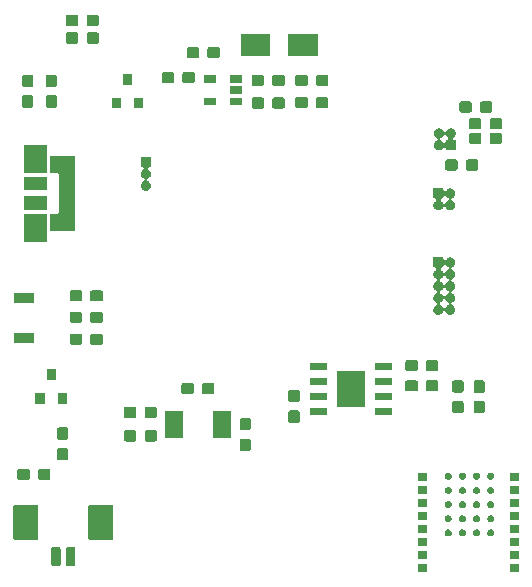
<source format=gbr>
G04 #@! TF.GenerationSoftware,KiCad,Pcbnew,5.0.2-bee76a0~70~ubuntu18.04.1*
G04 #@! TF.CreationDate,2020-10-11T23:46:09-07:00*
G04 #@! TF.ProjectId,light_thing_hw,6c696768-745f-4746-9869-6e675f68772e,rev?*
G04 #@! TF.SameCoordinates,Original*
G04 #@! TF.FileFunction,Soldermask,Bot*
G04 #@! TF.FilePolarity,Negative*
%FSLAX46Y46*%
G04 Gerber Fmt 4.6, Leading zero omitted, Abs format (unit mm)*
G04 Created by KiCad (PCBNEW 5.0.2-bee76a0~70~ubuntu18.04.1) date Sun 11 Oct 2020 11:46:09 PM PDT*
%MOMM*%
%LPD*%
G01*
G04 APERTURE LIST*
%ADD10C,0.100000*%
G04 APERTURE END LIST*
D10*
G36*
X163096640Y-114999290D02*
X162299080Y-114999290D01*
X162299080Y-114300790D01*
X163096640Y-114300790D01*
X163096640Y-114999290D01*
X163096640Y-114999290D01*
G37*
G36*
X155298840Y-114999290D02*
X154501280Y-114999290D01*
X154501280Y-114300790D01*
X155298840Y-114300790D01*
X155298840Y-114999290D01*
X155298840Y-114999290D01*
G37*
G36*
X125414208Y-112853235D02*
X125439886Y-112861025D01*
X125463557Y-112873677D01*
X125484300Y-112890700D01*
X125501323Y-112911443D01*
X125513975Y-112935114D01*
X125521765Y-112960792D01*
X125525000Y-112993641D01*
X125525000Y-114306359D01*
X125521765Y-114339208D01*
X125513975Y-114364886D01*
X125501323Y-114388557D01*
X125484300Y-114409300D01*
X125463557Y-114426323D01*
X125439886Y-114438975D01*
X125414208Y-114446765D01*
X125381359Y-114450000D01*
X124868641Y-114450000D01*
X124835792Y-114446765D01*
X124810114Y-114438975D01*
X124786443Y-114426323D01*
X124765700Y-114409300D01*
X124748677Y-114388557D01*
X124736025Y-114364886D01*
X124728235Y-114339208D01*
X124725000Y-114306359D01*
X124725000Y-112993641D01*
X124728235Y-112960792D01*
X124736025Y-112935114D01*
X124748677Y-112911443D01*
X124765700Y-112890700D01*
X124786443Y-112873677D01*
X124810114Y-112861025D01*
X124835792Y-112853235D01*
X124868641Y-112850000D01*
X125381359Y-112850000D01*
X125414208Y-112853235D01*
X125414208Y-112853235D01*
G37*
G36*
X124164208Y-112853235D02*
X124189886Y-112861025D01*
X124213557Y-112873677D01*
X124234300Y-112890700D01*
X124251323Y-112911443D01*
X124263975Y-112935114D01*
X124271765Y-112960792D01*
X124275000Y-112993641D01*
X124275000Y-114306359D01*
X124271765Y-114339208D01*
X124263975Y-114364886D01*
X124251323Y-114388557D01*
X124234300Y-114409300D01*
X124213557Y-114426323D01*
X124189886Y-114438975D01*
X124164208Y-114446765D01*
X124131359Y-114450000D01*
X123618641Y-114450000D01*
X123585792Y-114446765D01*
X123560114Y-114438975D01*
X123536443Y-114426323D01*
X123515700Y-114409300D01*
X123498677Y-114388557D01*
X123486025Y-114364886D01*
X123478235Y-114339208D01*
X123475000Y-114306359D01*
X123475000Y-112993641D01*
X123478235Y-112960792D01*
X123486025Y-112935114D01*
X123498677Y-112911443D01*
X123515700Y-112890700D01*
X123536443Y-112873677D01*
X123560114Y-112861025D01*
X123585792Y-112853235D01*
X123618641Y-112850000D01*
X124131359Y-112850000D01*
X124164208Y-112853235D01*
X124164208Y-112853235D01*
G37*
G36*
X155298840Y-113899470D02*
X154501280Y-113899470D01*
X154501280Y-113200970D01*
X155298840Y-113200970D01*
X155298840Y-113899470D01*
X155298840Y-113899470D01*
G37*
G36*
X163096640Y-113899470D02*
X162299080Y-113899470D01*
X162299080Y-113200970D01*
X163096640Y-113200970D01*
X163096640Y-113899470D01*
X163096640Y-113899470D01*
G37*
G36*
X155298840Y-112799650D02*
X154501280Y-112799650D01*
X154501280Y-112101150D01*
X155298840Y-112101150D01*
X155298840Y-112799650D01*
X155298840Y-112799650D01*
G37*
G36*
X163096640Y-112799650D02*
X162299080Y-112799650D01*
X162299080Y-112101150D01*
X163096640Y-112101150D01*
X163096640Y-112799650D01*
X163096640Y-112799650D01*
G37*
G36*
X128600309Y-109253567D02*
X128629234Y-109262341D01*
X128655885Y-109276586D01*
X128679244Y-109295756D01*
X128698414Y-109319115D01*
X128712659Y-109345766D01*
X128721433Y-109374691D01*
X128725000Y-109410903D01*
X128725000Y-112089097D01*
X128721433Y-112125309D01*
X128712659Y-112154234D01*
X128698414Y-112180885D01*
X128679244Y-112204244D01*
X128655885Y-112223414D01*
X128629234Y-112237659D01*
X128600309Y-112246433D01*
X128564097Y-112250000D01*
X126785903Y-112250000D01*
X126749691Y-112246433D01*
X126720766Y-112237659D01*
X126694115Y-112223414D01*
X126670756Y-112204244D01*
X126651586Y-112180885D01*
X126637341Y-112154234D01*
X126628567Y-112125309D01*
X126625000Y-112089097D01*
X126625000Y-109410903D01*
X126628567Y-109374691D01*
X126637341Y-109345766D01*
X126651586Y-109319115D01*
X126670756Y-109295756D01*
X126694115Y-109276586D01*
X126720766Y-109262341D01*
X126749691Y-109253567D01*
X126785903Y-109250000D01*
X128564097Y-109250000D01*
X128600309Y-109253567D01*
X128600309Y-109253567D01*
G37*
G36*
X122250309Y-109253567D02*
X122279234Y-109262341D01*
X122305885Y-109276586D01*
X122329244Y-109295756D01*
X122348414Y-109319115D01*
X122362659Y-109345766D01*
X122371433Y-109374691D01*
X122375000Y-109410903D01*
X122375000Y-112089097D01*
X122371433Y-112125309D01*
X122362659Y-112154234D01*
X122348414Y-112180885D01*
X122329244Y-112204244D01*
X122305885Y-112223414D01*
X122279234Y-112237659D01*
X122250309Y-112246433D01*
X122214097Y-112250000D01*
X120435903Y-112250000D01*
X120399691Y-112246433D01*
X120370766Y-112237659D01*
X120344115Y-112223414D01*
X120320756Y-112204244D01*
X120301586Y-112180885D01*
X120287341Y-112154234D01*
X120278567Y-112125309D01*
X120275000Y-112089097D01*
X120275000Y-109410903D01*
X120278567Y-109374691D01*
X120287341Y-109345766D01*
X120301586Y-109319115D01*
X120320756Y-109295756D01*
X120344115Y-109276586D01*
X120370766Y-109262341D01*
X120399691Y-109253567D01*
X120435903Y-109250000D01*
X122214097Y-109250000D01*
X122250309Y-109253567D01*
X122250309Y-109253567D01*
G37*
G36*
X160786305Y-111362098D02*
X160840850Y-111384691D01*
X160889943Y-111417494D01*
X160931686Y-111459237D01*
X160964489Y-111508330D01*
X160987082Y-111562875D01*
X160998600Y-111620781D01*
X160998600Y-111679819D01*
X160987082Y-111737725D01*
X160964489Y-111792270D01*
X160931686Y-111841363D01*
X160889943Y-111883106D01*
X160840850Y-111915909D01*
X160786305Y-111938502D01*
X160728400Y-111950020D01*
X160669360Y-111950020D01*
X160611455Y-111938502D01*
X160556910Y-111915909D01*
X160507817Y-111883106D01*
X160466074Y-111841363D01*
X160433271Y-111792270D01*
X160410678Y-111737725D01*
X160399160Y-111679819D01*
X160399160Y-111620781D01*
X160410678Y-111562875D01*
X160433271Y-111508330D01*
X160466074Y-111459237D01*
X160507817Y-111417494D01*
X160556910Y-111384691D01*
X160611455Y-111362098D01*
X160669360Y-111350580D01*
X160728400Y-111350580D01*
X160786305Y-111362098D01*
X160786305Y-111362098D01*
G37*
G36*
X159587425Y-111362098D02*
X159641970Y-111384691D01*
X159691063Y-111417494D01*
X159732806Y-111459237D01*
X159765609Y-111508330D01*
X159788202Y-111562875D01*
X159799720Y-111620781D01*
X159799720Y-111679819D01*
X159788202Y-111737725D01*
X159765609Y-111792270D01*
X159732806Y-111841363D01*
X159691063Y-111883106D01*
X159641970Y-111915909D01*
X159587425Y-111938502D01*
X159529520Y-111950020D01*
X159470480Y-111950020D01*
X159412575Y-111938502D01*
X159358030Y-111915909D01*
X159308937Y-111883106D01*
X159267194Y-111841363D01*
X159234391Y-111792270D01*
X159211798Y-111737725D01*
X159200280Y-111679819D01*
X159200280Y-111620781D01*
X159211798Y-111562875D01*
X159234391Y-111508330D01*
X159267194Y-111459237D01*
X159308937Y-111417494D01*
X159358030Y-111384691D01*
X159412575Y-111362098D01*
X159470480Y-111350580D01*
X159529520Y-111350580D01*
X159587425Y-111362098D01*
X159587425Y-111362098D01*
G37*
G36*
X158386005Y-111362098D02*
X158440550Y-111384691D01*
X158489643Y-111417494D01*
X158531386Y-111459237D01*
X158564189Y-111508330D01*
X158586782Y-111562875D01*
X158598300Y-111620781D01*
X158598300Y-111679819D01*
X158586782Y-111737725D01*
X158564189Y-111792270D01*
X158531386Y-111841363D01*
X158489643Y-111883106D01*
X158440550Y-111915909D01*
X158386005Y-111938502D01*
X158328100Y-111950020D01*
X158269060Y-111950020D01*
X158211155Y-111938502D01*
X158156610Y-111915909D01*
X158107517Y-111883106D01*
X158065774Y-111841363D01*
X158032971Y-111792270D01*
X158010378Y-111737725D01*
X157998860Y-111679819D01*
X157998860Y-111620781D01*
X158010378Y-111562875D01*
X158032971Y-111508330D01*
X158065774Y-111459237D01*
X158107517Y-111417494D01*
X158156610Y-111384691D01*
X158211155Y-111362098D01*
X158269060Y-111350580D01*
X158328100Y-111350580D01*
X158386005Y-111362098D01*
X158386005Y-111362098D01*
G37*
G36*
X157187125Y-111362098D02*
X157241670Y-111384691D01*
X157290763Y-111417494D01*
X157332506Y-111459237D01*
X157365309Y-111508330D01*
X157387902Y-111562875D01*
X157399420Y-111620781D01*
X157399420Y-111679819D01*
X157387902Y-111737725D01*
X157365309Y-111792270D01*
X157332506Y-111841363D01*
X157290763Y-111883106D01*
X157241670Y-111915909D01*
X157187125Y-111938502D01*
X157129220Y-111950020D01*
X157070180Y-111950020D01*
X157012275Y-111938502D01*
X156957730Y-111915909D01*
X156908637Y-111883106D01*
X156866894Y-111841363D01*
X156834091Y-111792270D01*
X156811498Y-111737725D01*
X156799980Y-111679819D01*
X156799980Y-111620781D01*
X156811498Y-111562875D01*
X156834091Y-111508330D01*
X156866894Y-111459237D01*
X156908637Y-111417494D01*
X156957730Y-111384691D01*
X157012275Y-111362098D01*
X157070180Y-111350580D01*
X157129220Y-111350580D01*
X157187125Y-111362098D01*
X157187125Y-111362098D01*
G37*
G36*
X155298840Y-111699830D02*
X154501280Y-111699830D01*
X154501280Y-111001330D01*
X155298840Y-111001330D01*
X155298840Y-111699830D01*
X155298840Y-111699830D01*
G37*
G36*
X163096640Y-111699830D02*
X162299080Y-111699830D01*
X162299080Y-111001330D01*
X163096640Y-111001330D01*
X163096640Y-111699830D01*
X163096640Y-111699830D01*
G37*
G36*
X160786305Y-110160678D02*
X160840850Y-110183271D01*
X160889943Y-110216074D01*
X160931686Y-110257817D01*
X160964489Y-110306910D01*
X160987082Y-110361455D01*
X160998600Y-110419361D01*
X160998600Y-110478399D01*
X160987082Y-110536305D01*
X160964489Y-110590850D01*
X160931686Y-110639943D01*
X160889943Y-110681686D01*
X160840850Y-110714489D01*
X160786305Y-110737082D01*
X160728400Y-110748600D01*
X160669360Y-110748600D01*
X160611455Y-110737082D01*
X160556910Y-110714489D01*
X160507817Y-110681686D01*
X160466074Y-110639943D01*
X160433271Y-110590850D01*
X160410678Y-110536305D01*
X160399160Y-110478399D01*
X160399160Y-110419361D01*
X160410678Y-110361455D01*
X160433271Y-110306910D01*
X160466074Y-110257817D01*
X160507817Y-110216074D01*
X160556910Y-110183271D01*
X160611455Y-110160678D01*
X160669360Y-110149160D01*
X160728400Y-110149160D01*
X160786305Y-110160678D01*
X160786305Y-110160678D01*
G37*
G36*
X157187125Y-110160678D02*
X157241670Y-110183271D01*
X157290763Y-110216074D01*
X157332506Y-110257817D01*
X157365309Y-110306910D01*
X157387902Y-110361455D01*
X157399420Y-110419361D01*
X157399420Y-110478399D01*
X157387902Y-110536305D01*
X157365309Y-110590850D01*
X157332506Y-110639943D01*
X157290763Y-110681686D01*
X157241670Y-110714489D01*
X157187125Y-110737082D01*
X157129220Y-110748600D01*
X157070180Y-110748600D01*
X157012275Y-110737082D01*
X156957730Y-110714489D01*
X156908637Y-110681686D01*
X156866894Y-110639943D01*
X156834091Y-110590850D01*
X156811498Y-110536305D01*
X156799980Y-110478399D01*
X156799980Y-110419361D01*
X156811498Y-110361455D01*
X156834091Y-110306910D01*
X156866894Y-110257817D01*
X156908637Y-110216074D01*
X156957730Y-110183271D01*
X157012275Y-110160678D01*
X157070180Y-110149160D01*
X157129220Y-110149160D01*
X157187125Y-110160678D01*
X157187125Y-110160678D01*
G37*
G36*
X158386005Y-110160678D02*
X158440550Y-110183271D01*
X158489643Y-110216074D01*
X158531386Y-110257817D01*
X158564189Y-110306910D01*
X158586782Y-110361455D01*
X158598300Y-110419361D01*
X158598300Y-110478399D01*
X158586782Y-110536305D01*
X158564189Y-110590850D01*
X158531386Y-110639943D01*
X158489643Y-110681686D01*
X158440550Y-110714489D01*
X158386005Y-110737082D01*
X158328100Y-110748600D01*
X158269060Y-110748600D01*
X158211155Y-110737082D01*
X158156610Y-110714489D01*
X158107517Y-110681686D01*
X158065774Y-110639943D01*
X158032971Y-110590850D01*
X158010378Y-110536305D01*
X157998860Y-110478399D01*
X157998860Y-110419361D01*
X158010378Y-110361455D01*
X158032971Y-110306910D01*
X158065774Y-110257817D01*
X158107517Y-110216074D01*
X158156610Y-110183271D01*
X158211155Y-110160678D01*
X158269060Y-110149160D01*
X158328100Y-110149160D01*
X158386005Y-110160678D01*
X158386005Y-110160678D01*
G37*
G36*
X159587425Y-110160678D02*
X159641970Y-110183271D01*
X159691063Y-110216074D01*
X159732806Y-110257817D01*
X159765609Y-110306910D01*
X159788202Y-110361455D01*
X159799720Y-110419361D01*
X159799720Y-110478399D01*
X159788202Y-110536305D01*
X159765609Y-110590850D01*
X159732806Y-110639943D01*
X159691063Y-110681686D01*
X159641970Y-110714489D01*
X159587425Y-110737082D01*
X159529520Y-110748600D01*
X159470480Y-110748600D01*
X159412575Y-110737082D01*
X159358030Y-110714489D01*
X159308937Y-110681686D01*
X159267194Y-110639943D01*
X159234391Y-110590850D01*
X159211798Y-110536305D01*
X159200280Y-110478399D01*
X159200280Y-110419361D01*
X159211798Y-110361455D01*
X159234391Y-110306910D01*
X159267194Y-110257817D01*
X159308937Y-110216074D01*
X159358030Y-110183271D01*
X159412575Y-110160678D01*
X159470480Y-110149160D01*
X159529520Y-110149160D01*
X159587425Y-110160678D01*
X159587425Y-110160678D01*
G37*
G36*
X155298840Y-110600010D02*
X154501280Y-110600010D01*
X154501280Y-109901510D01*
X155298840Y-109901510D01*
X155298840Y-110600010D01*
X155298840Y-110600010D01*
G37*
G36*
X163096640Y-110600010D02*
X162299080Y-110600010D01*
X162299080Y-109901510D01*
X163096640Y-109901510D01*
X163096640Y-110600010D01*
X163096640Y-110600010D01*
G37*
G36*
X158386005Y-108961798D02*
X158440550Y-108984391D01*
X158489643Y-109017194D01*
X158531386Y-109058937D01*
X158564189Y-109108030D01*
X158586782Y-109162575D01*
X158598300Y-109220481D01*
X158598300Y-109279519D01*
X158586782Y-109337425D01*
X158564189Y-109391970D01*
X158531386Y-109441063D01*
X158489643Y-109482806D01*
X158440550Y-109515609D01*
X158386005Y-109538202D01*
X158328100Y-109549720D01*
X158269060Y-109549720D01*
X158211155Y-109538202D01*
X158156610Y-109515609D01*
X158107517Y-109482806D01*
X158065774Y-109441063D01*
X158032971Y-109391970D01*
X158010378Y-109337425D01*
X157998860Y-109279519D01*
X157998860Y-109220481D01*
X158010378Y-109162575D01*
X158032971Y-109108030D01*
X158065774Y-109058937D01*
X158107517Y-109017194D01*
X158156610Y-108984391D01*
X158211155Y-108961798D01*
X158269060Y-108950280D01*
X158328100Y-108950280D01*
X158386005Y-108961798D01*
X158386005Y-108961798D01*
G37*
G36*
X157187125Y-108961798D02*
X157241670Y-108984391D01*
X157290763Y-109017194D01*
X157332506Y-109058937D01*
X157365309Y-109108030D01*
X157387902Y-109162575D01*
X157399420Y-109220481D01*
X157399420Y-109279519D01*
X157387902Y-109337425D01*
X157365309Y-109391970D01*
X157332506Y-109441063D01*
X157290763Y-109482806D01*
X157241670Y-109515609D01*
X157187125Y-109538202D01*
X157129220Y-109549720D01*
X157070180Y-109549720D01*
X157012275Y-109538202D01*
X156957730Y-109515609D01*
X156908637Y-109482806D01*
X156866894Y-109441063D01*
X156834091Y-109391970D01*
X156811498Y-109337425D01*
X156799980Y-109279519D01*
X156799980Y-109220481D01*
X156811498Y-109162575D01*
X156834091Y-109108030D01*
X156866894Y-109058937D01*
X156908637Y-109017194D01*
X156957730Y-108984391D01*
X157012275Y-108961798D01*
X157070180Y-108950280D01*
X157129220Y-108950280D01*
X157187125Y-108961798D01*
X157187125Y-108961798D01*
G37*
G36*
X159587425Y-108961798D02*
X159641970Y-108984391D01*
X159691063Y-109017194D01*
X159732806Y-109058937D01*
X159765609Y-109108030D01*
X159788202Y-109162575D01*
X159799720Y-109220481D01*
X159799720Y-109279519D01*
X159788202Y-109337425D01*
X159765609Y-109391970D01*
X159732806Y-109441063D01*
X159691063Y-109482806D01*
X159641970Y-109515609D01*
X159587425Y-109538202D01*
X159529520Y-109549720D01*
X159470480Y-109549720D01*
X159412575Y-109538202D01*
X159358030Y-109515609D01*
X159308937Y-109482806D01*
X159267194Y-109441063D01*
X159234391Y-109391970D01*
X159211798Y-109337425D01*
X159200280Y-109279519D01*
X159200280Y-109220481D01*
X159211798Y-109162575D01*
X159234391Y-109108030D01*
X159267194Y-109058937D01*
X159308937Y-109017194D01*
X159358030Y-108984391D01*
X159412575Y-108961798D01*
X159470480Y-108950280D01*
X159529520Y-108950280D01*
X159587425Y-108961798D01*
X159587425Y-108961798D01*
G37*
G36*
X160786305Y-108961798D02*
X160840850Y-108984391D01*
X160889943Y-109017194D01*
X160931686Y-109058937D01*
X160964489Y-109108030D01*
X160987082Y-109162575D01*
X160998600Y-109220481D01*
X160998600Y-109279519D01*
X160987082Y-109337425D01*
X160964489Y-109391970D01*
X160931686Y-109441063D01*
X160889943Y-109482806D01*
X160840850Y-109515609D01*
X160786305Y-109538202D01*
X160728400Y-109549720D01*
X160669360Y-109549720D01*
X160611455Y-109538202D01*
X160556910Y-109515609D01*
X160507817Y-109482806D01*
X160466074Y-109441063D01*
X160433271Y-109391970D01*
X160410678Y-109337425D01*
X160399160Y-109279519D01*
X160399160Y-109220481D01*
X160410678Y-109162575D01*
X160433271Y-109108030D01*
X160466074Y-109058937D01*
X160507817Y-109017194D01*
X160556910Y-108984391D01*
X160611455Y-108961798D01*
X160669360Y-108950280D01*
X160728400Y-108950280D01*
X160786305Y-108961798D01*
X160786305Y-108961798D01*
G37*
G36*
X163096640Y-109500190D02*
X162299080Y-109500190D01*
X162299080Y-108801690D01*
X163096640Y-108801690D01*
X163096640Y-109500190D01*
X163096640Y-109500190D01*
G37*
G36*
X155298840Y-109500190D02*
X154501280Y-109500190D01*
X154501280Y-108801690D01*
X155298840Y-108801690D01*
X155298840Y-109500190D01*
X155298840Y-109500190D01*
G37*
G36*
X163096640Y-108400370D02*
X162299080Y-108400370D01*
X162299080Y-107701870D01*
X163096640Y-107701870D01*
X163096640Y-108400370D01*
X163096640Y-108400370D01*
G37*
G36*
X155298840Y-108400370D02*
X154501280Y-108400370D01*
X154501280Y-107701870D01*
X155298840Y-107701870D01*
X155298840Y-108400370D01*
X155298840Y-108400370D01*
G37*
G36*
X157187125Y-107760378D02*
X157241670Y-107782971D01*
X157290763Y-107815774D01*
X157332506Y-107857517D01*
X157365309Y-107906610D01*
X157387902Y-107961155D01*
X157399420Y-108019061D01*
X157399420Y-108078099D01*
X157387902Y-108136005D01*
X157365309Y-108190550D01*
X157332506Y-108239643D01*
X157290763Y-108281386D01*
X157241670Y-108314189D01*
X157187125Y-108336782D01*
X157129220Y-108348300D01*
X157070180Y-108348300D01*
X157012275Y-108336782D01*
X156957730Y-108314189D01*
X156908637Y-108281386D01*
X156866894Y-108239643D01*
X156834091Y-108190550D01*
X156811498Y-108136005D01*
X156799980Y-108078099D01*
X156799980Y-108019061D01*
X156811498Y-107961155D01*
X156834091Y-107906610D01*
X156866894Y-107857517D01*
X156908637Y-107815774D01*
X156957730Y-107782971D01*
X157012275Y-107760378D01*
X157070180Y-107748860D01*
X157129220Y-107748860D01*
X157187125Y-107760378D01*
X157187125Y-107760378D01*
G37*
G36*
X159587425Y-107760378D02*
X159641970Y-107782971D01*
X159691063Y-107815774D01*
X159732806Y-107857517D01*
X159765609Y-107906610D01*
X159788202Y-107961155D01*
X159799720Y-108019061D01*
X159799720Y-108078099D01*
X159788202Y-108136005D01*
X159765609Y-108190550D01*
X159732806Y-108239643D01*
X159691063Y-108281386D01*
X159641970Y-108314189D01*
X159587425Y-108336782D01*
X159529520Y-108348300D01*
X159470480Y-108348300D01*
X159412575Y-108336782D01*
X159358030Y-108314189D01*
X159308937Y-108281386D01*
X159267194Y-108239643D01*
X159234391Y-108190550D01*
X159211798Y-108136005D01*
X159200280Y-108078099D01*
X159200280Y-108019061D01*
X159211798Y-107961155D01*
X159234391Y-107906610D01*
X159267194Y-107857517D01*
X159308937Y-107815774D01*
X159358030Y-107782971D01*
X159412575Y-107760378D01*
X159470480Y-107748860D01*
X159529520Y-107748860D01*
X159587425Y-107760378D01*
X159587425Y-107760378D01*
G37*
G36*
X160786305Y-107760378D02*
X160840850Y-107782971D01*
X160889943Y-107815774D01*
X160931686Y-107857517D01*
X160964489Y-107906610D01*
X160987082Y-107961155D01*
X160998600Y-108019061D01*
X160998600Y-108078099D01*
X160987082Y-108136005D01*
X160964489Y-108190550D01*
X160931686Y-108239643D01*
X160889943Y-108281386D01*
X160840850Y-108314189D01*
X160786305Y-108336782D01*
X160728400Y-108348300D01*
X160669360Y-108348300D01*
X160611455Y-108336782D01*
X160556910Y-108314189D01*
X160507817Y-108281386D01*
X160466074Y-108239643D01*
X160433271Y-108190550D01*
X160410678Y-108136005D01*
X160399160Y-108078099D01*
X160399160Y-108019061D01*
X160410678Y-107961155D01*
X160433271Y-107906610D01*
X160466074Y-107857517D01*
X160507817Y-107815774D01*
X160556910Y-107782971D01*
X160611455Y-107760378D01*
X160669360Y-107748860D01*
X160728400Y-107748860D01*
X160786305Y-107760378D01*
X160786305Y-107760378D01*
G37*
G36*
X158386005Y-107760378D02*
X158440550Y-107782971D01*
X158489643Y-107815774D01*
X158531386Y-107857517D01*
X158564189Y-107906610D01*
X158586782Y-107961155D01*
X158598300Y-108019061D01*
X158598300Y-108078099D01*
X158586782Y-108136005D01*
X158564189Y-108190550D01*
X158531386Y-108239643D01*
X158489643Y-108281386D01*
X158440550Y-108314189D01*
X158386005Y-108336782D01*
X158328100Y-108348300D01*
X158269060Y-108348300D01*
X158211155Y-108336782D01*
X158156610Y-108314189D01*
X158107517Y-108281386D01*
X158065774Y-108239643D01*
X158032971Y-108190550D01*
X158010378Y-108136005D01*
X157998860Y-108078099D01*
X157998860Y-108019061D01*
X158010378Y-107961155D01*
X158032971Y-107906610D01*
X158065774Y-107857517D01*
X158107517Y-107815774D01*
X158156610Y-107782971D01*
X158211155Y-107760378D01*
X158269060Y-107748860D01*
X158328100Y-107748860D01*
X158386005Y-107760378D01*
X158386005Y-107760378D01*
G37*
G36*
X163096640Y-107300550D02*
X162299080Y-107300550D01*
X162299080Y-106602050D01*
X163096640Y-106602050D01*
X163096640Y-107300550D01*
X163096640Y-107300550D01*
G37*
G36*
X155298840Y-107300550D02*
X154501280Y-107300550D01*
X154501280Y-106602050D01*
X155298840Y-106602050D01*
X155298840Y-107300550D01*
X155298840Y-107300550D01*
G37*
G36*
X121529024Y-106218955D02*
X121561736Y-106228879D01*
X121591890Y-106244997D01*
X121618316Y-106266684D01*
X121640003Y-106293110D01*
X121656121Y-106323264D01*
X121666045Y-106355976D01*
X121670000Y-106396138D01*
X121670000Y-106983862D01*
X121666045Y-107024024D01*
X121656121Y-107056736D01*
X121640003Y-107086890D01*
X121618316Y-107113316D01*
X121591890Y-107135003D01*
X121561736Y-107151121D01*
X121529024Y-107161045D01*
X121488862Y-107165000D01*
X120801138Y-107165000D01*
X120760976Y-107161045D01*
X120728264Y-107151121D01*
X120698110Y-107135003D01*
X120671684Y-107113316D01*
X120649997Y-107086890D01*
X120633879Y-107056736D01*
X120623955Y-107024024D01*
X120620000Y-106983862D01*
X120620000Y-106396138D01*
X120623955Y-106355976D01*
X120633879Y-106323264D01*
X120649997Y-106293110D01*
X120671684Y-106266684D01*
X120698110Y-106244997D01*
X120728264Y-106228879D01*
X120760976Y-106218955D01*
X120801138Y-106215000D01*
X121488862Y-106215000D01*
X121529024Y-106218955D01*
X121529024Y-106218955D01*
G37*
G36*
X123279024Y-106218955D02*
X123311736Y-106228879D01*
X123341890Y-106244997D01*
X123368316Y-106266684D01*
X123390003Y-106293110D01*
X123406121Y-106323264D01*
X123416045Y-106355976D01*
X123420000Y-106396138D01*
X123420000Y-106983862D01*
X123416045Y-107024024D01*
X123406121Y-107056736D01*
X123390003Y-107086890D01*
X123368316Y-107113316D01*
X123341890Y-107135003D01*
X123311736Y-107151121D01*
X123279024Y-107161045D01*
X123238862Y-107165000D01*
X122551138Y-107165000D01*
X122510976Y-107161045D01*
X122478264Y-107151121D01*
X122448110Y-107135003D01*
X122421684Y-107113316D01*
X122399997Y-107086890D01*
X122383879Y-107056736D01*
X122373955Y-107024024D01*
X122370000Y-106983862D01*
X122370000Y-106396138D01*
X122373955Y-106355976D01*
X122383879Y-106323264D01*
X122399997Y-106293110D01*
X122421684Y-106266684D01*
X122448110Y-106244997D01*
X122478264Y-106228879D01*
X122510976Y-106218955D01*
X122551138Y-106215000D01*
X123238862Y-106215000D01*
X123279024Y-106218955D01*
X123279024Y-106218955D01*
G37*
G36*
X157187125Y-106561498D02*
X157241670Y-106584091D01*
X157290763Y-106616894D01*
X157332506Y-106658637D01*
X157365309Y-106707730D01*
X157387902Y-106762275D01*
X157399420Y-106820180D01*
X157399420Y-106879220D01*
X157387902Y-106937125D01*
X157365309Y-106991670D01*
X157332506Y-107040763D01*
X157290763Y-107082506D01*
X157241670Y-107115309D01*
X157218336Y-107124974D01*
X157187125Y-107137902D01*
X157129220Y-107149420D01*
X157070180Y-107149420D01*
X157012275Y-107137902D01*
X156981064Y-107124974D01*
X156957730Y-107115309D01*
X156908637Y-107082506D01*
X156866894Y-107040763D01*
X156834091Y-106991670D01*
X156811498Y-106937125D01*
X156799980Y-106879220D01*
X156799980Y-106820180D01*
X156811498Y-106762275D01*
X156834091Y-106707730D01*
X156866894Y-106658637D01*
X156908637Y-106616894D01*
X156957730Y-106584091D01*
X157012275Y-106561498D01*
X157070180Y-106549980D01*
X157129220Y-106549980D01*
X157187125Y-106561498D01*
X157187125Y-106561498D01*
G37*
G36*
X160786305Y-106561498D02*
X160840850Y-106584091D01*
X160889943Y-106616894D01*
X160931686Y-106658637D01*
X160964489Y-106707730D01*
X160987082Y-106762275D01*
X160998600Y-106820180D01*
X160998600Y-106879220D01*
X160987082Y-106937125D01*
X160964489Y-106991670D01*
X160931686Y-107040763D01*
X160889943Y-107082506D01*
X160840850Y-107115309D01*
X160817516Y-107124974D01*
X160786305Y-107137902D01*
X160728400Y-107149420D01*
X160669360Y-107149420D01*
X160611455Y-107137902D01*
X160580244Y-107124974D01*
X160556910Y-107115309D01*
X160507817Y-107082506D01*
X160466074Y-107040763D01*
X160433271Y-106991670D01*
X160410678Y-106937125D01*
X160399160Y-106879220D01*
X160399160Y-106820180D01*
X160410678Y-106762275D01*
X160433271Y-106707730D01*
X160466074Y-106658637D01*
X160507817Y-106616894D01*
X160556910Y-106584091D01*
X160611455Y-106561498D01*
X160669360Y-106549980D01*
X160728400Y-106549980D01*
X160786305Y-106561498D01*
X160786305Y-106561498D01*
G37*
G36*
X159587425Y-106561498D02*
X159641970Y-106584091D01*
X159691063Y-106616894D01*
X159732806Y-106658637D01*
X159765609Y-106707730D01*
X159788202Y-106762275D01*
X159799720Y-106820180D01*
X159799720Y-106879220D01*
X159788202Y-106937125D01*
X159765609Y-106991670D01*
X159732806Y-107040763D01*
X159691063Y-107082506D01*
X159641970Y-107115309D01*
X159618636Y-107124974D01*
X159587425Y-107137902D01*
X159529520Y-107149420D01*
X159470480Y-107149420D01*
X159412575Y-107137902D01*
X159381364Y-107124974D01*
X159358030Y-107115309D01*
X159308937Y-107082506D01*
X159267194Y-107040763D01*
X159234391Y-106991670D01*
X159211798Y-106937125D01*
X159200280Y-106879220D01*
X159200280Y-106820180D01*
X159211798Y-106762275D01*
X159234391Y-106707730D01*
X159267194Y-106658637D01*
X159308937Y-106616894D01*
X159358030Y-106584091D01*
X159412575Y-106561498D01*
X159470480Y-106549980D01*
X159529520Y-106549980D01*
X159587425Y-106561498D01*
X159587425Y-106561498D01*
G37*
G36*
X158386005Y-106561498D02*
X158440550Y-106584091D01*
X158489643Y-106616894D01*
X158531386Y-106658637D01*
X158564189Y-106707730D01*
X158586782Y-106762275D01*
X158598300Y-106820180D01*
X158598300Y-106879220D01*
X158586782Y-106937125D01*
X158564189Y-106991670D01*
X158531386Y-107040763D01*
X158489643Y-107082506D01*
X158440550Y-107115309D01*
X158417216Y-107124974D01*
X158386005Y-107137902D01*
X158328100Y-107149420D01*
X158269060Y-107149420D01*
X158211155Y-107137902D01*
X158179944Y-107124974D01*
X158156610Y-107115309D01*
X158107517Y-107082506D01*
X158065774Y-107040763D01*
X158032971Y-106991670D01*
X158010378Y-106937125D01*
X157998860Y-106879220D01*
X157998860Y-106820180D01*
X158010378Y-106762275D01*
X158032971Y-106707730D01*
X158065774Y-106658637D01*
X158107517Y-106616894D01*
X158156610Y-106584091D01*
X158211155Y-106561498D01*
X158269060Y-106549980D01*
X158328100Y-106549980D01*
X158386005Y-106561498D01*
X158386005Y-106561498D01*
G37*
G36*
X124794024Y-104473955D02*
X124826736Y-104483879D01*
X124856890Y-104499997D01*
X124883316Y-104521684D01*
X124905003Y-104548110D01*
X124921121Y-104578264D01*
X124931045Y-104610976D01*
X124935000Y-104651138D01*
X124935000Y-105338862D01*
X124931045Y-105379024D01*
X124921121Y-105411736D01*
X124905003Y-105441890D01*
X124883316Y-105468316D01*
X124856890Y-105490003D01*
X124826736Y-105506121D01*
X124794024Y-105516045D01*
X124753862Y-105520000D01*
X124166138Y-105520000D01*
X124125976Y-105516045D01*
X124093264Y-105506121D01*
X124063110Y-105490003D01*
X124036684Y-105468316D01*
X124014997Y-105441890D01*
X123998879Y-105411736D01*
X123988955Y-105379024D01*
X123985000Y-105338862D01*
X123985000Y-104651138D01*
X123988955Y-104610976D01*
X123998879Y-104578264D01*
X124014997Y-104548110D01*
X124036684Y-104521684D01*
X124063110Y-104499997D01*
X124093264Y-104483879D01*
X124125976Y-104473955D01*
X124166138Y-104470000D01*
X124753862Y-104470000D01*
X124794024Y-104473955D01*
X124794024Y-104473955D01*
G37*
G36*
X140245428Y-103670110D02*
X140278140Y-103680034D01*
X140308294Y-103696152D01*
X140334720Y-103717839D01*
X140356407Y-103744265D01*
X140372525Y-103774419D01*
X140382449Y-103807131D01*
X140386404Y-103847293D01*
X140386404Y-104535017D01*
X140382449Y-104575179D01*
X140372525Y-104607891D01*
X140356407Y-104638045D01*
X140334720Y-104664471D01*
X140308294Y-104686158D01*
X140278140Y-104702276D01*
X140245428Y-104712200D01*
X140205266Y-104716155D01*
X139617542Y-104716155D01*
X139577380Y-104712200D01*
X139544668Y-104702276D01*
X139514514Y-104686158D01*
X139488088Y-104664471D01*
X139466401Y-104638045D01*
X139450283Y-104607891D01*
X139440359Y-104575179D01*
X139436404Y-104535017D01*
X139436404Y-103847293D01*
X139440359Y-103807131D01*
X139450283Y-103774419D01*
X139466401Y-103744265D01*
X139488088Y-103717839D01*
X139514514Y-103696152D01*
X139544668Y-103680034D01*
X139577380Y-103670110D01*
X139617542Y-103666155D01*
X140205266Y-103666155D01*
X140245428Y-103670110D01*
X140245428Y-103670110D01*
G37*
G36*
X130545428Y-102970110D02*
X130578140Y-102980034D01*
X130608294Y-102996152D01*
X130634720Y-103017839D01*
X130656407Y-103044265D01*
X130672525Y-103074419D01*
X130682449Y-103107131D01*
X130686404Y-103147293D01*
X130686404Y-103735017D01*
X130682449Y-103775179D01*
X130672525Y-103807891D01*
X130656407Y-103838045D01*
X130634720Y-103864471D01*
X130608294Y-103886158D01*
X130578140Y-103902276D01*
X130545428Y-103912200D01*
X130505266Y-103916155D01*
X129817542Y-103916155D01*
X129777380Y-103912200D01*
X129744668Y-103902276D01*
X129714514Y-103886158D01*
X129688088Y-103864471D01*
X129666401Y-103838045D01*
X129650283Y-103807891D01*
X129640359Y-103775179D01*
X129636404Y-103735017D01*
X129636404Y-103147293D01*
X129640359Y-103107131D01*
X129650283Y-103074419D01*
X129666401Y-103044265D01*
X129688088Y-103017839D01*
X129714514Y-102996152D01*
X129744668Y-102980034D01*
X129777380Y-102970110D01*
X129817542Y-102966155D01*
X130505266Y-102966155D01*
X130545428Y-102970110D01*
X130545428Y-102970110D01*
G37*
G36*
X132295428Y-102970110D02*
X132328140Y-102980034D01*
X132358294Y-102996152D01*
X132384720Y-103017839D01*
X132406407Y-103044265D01*
X132422525Y-103074419D01*
X132432449Y-103107131D01*
X132436404Y-103147293D01*
X132436404Y-103735017D01*
X132432449Y-103775179D01*
X132422525Y-103807891D01*
X132406407Y-103838045D01*
X132384720Y-103864471D01*
X132358294Y-103886158D01*
X132328140Y-103902276D01*
X132295428Y-103912200D01*
X132255266Y-103916155D01*
X131567542Y-103916155D01*
X131527380Y-103912200D01*
X131494668Y-103902276D01*
X131464514Y-103886158D01*
X131438088Y-103864471D01*
X131416401Y-103838045D01*
X131400283Y-103807891D01*
X131390359Y-103775179D01*
X131386404Y-103735017D01*
X131386404Y-103147293D01*
X131390359Y-103107131D01*
X131400283Y-103074419D01*
X131416401Y-103044265D01*
X131438088Y-103017839D01*
X131464514Y-102996152D01*
X131494668Y-102980034D01*
X131527380Y-102970110D01*
X131567542Y-102966155D01*
X132255266Y-102966155D01*
X132295428Y-102970110D01*
X132295428Y-102970110D01*
G37*
G36*
X124794024Y-102723955D02*
X124826736Y-102733879D01*
X124856890Y-102749997D01*
X124883316Y-102771684D01*
X124905003Y-102798110D01*
X124921121Y-102828264D01*
X124931045Y-102860976D01*
X124935000Y-102901138D01*
X124935000Y-103588862D01*
X124931045Y-103629023D01*
X124921121Y-103661736D01*
X124905003Y-103691890D01*
X124883316Y-103718316D01*
X124856890Y-103740003D01*
X124826736Y-103756121D01*
X124794024Y-103766045D01*
X124753862Y-103770000D01*
X124166138Y-103770000D01*
X124125976Y-103766045D01*
X124093264Y-103756121D01*
X124063110Y-103740003D01*
X124036684Y-103718316D01*
X124014997Y-103691890D01*
X123998879Y-103661736D01*
X123988955Y-103629023D01*
X123985000Y-103588862D01*
X123985000Y-102901138D01*
X123988955Y-102860976D01*
X123998879Y-102828264D01*
X124014997Y-102798110D01*
X124036684Y-102771684D01*
X124063110Y-102749997D01*
X124093264Y-102733879D01*
X124125976Y-102723955D01*
X124166138Y-102720000D01*
X124753862Y-102720000D01*
X124794024Y-102723955D01*
X124794024Y-102723955D01*
G37*
G36*
X134603304Y-103584155D02*
X133104704Y-103584155D01*
X133104704Y-101298155D01*
X134603304Y-101298155D01*
X134603304Y-103584155D01*
X134603304Y-103584155D01*
G37*
G36*
X138718104Y-103584155D02*
X137219504Y-103584155D01*
X137219504Y-101298155D01*
X138718104Y-101298155D01*
X138718104Y-103584155D01*
X138718104Y-103584155D01*
G37*
G36*
X140245428Y-101920110D02*
X140278140Y-101930034D01*
X140308294Y-101946152D01*
X140334720Y-101967839D01*
X140356407Y-101994265D01*
X140372525Y-102024419D01*
X140382449Y-102057131D01*
X140386404Y-102097293D01*
X140386404Y-102785017D01*
X140382449Y-102825179D01*
X140372525Y-102857891D01*
X140356407Y-102888045D01*
X140334720Y-102914471D01*
X140308294Y-102936158D01*
X140278140Y-102952276D01*
X140245428Y-102962200D01*
X140205266Y-102966155D01*
X139617542Y-102966155D01*
X139577380Y-102962200D01*
X139544668Y-102952276D01*
X139514514Y-102936158D01*
X139488088Y-102914471D01*
X139466401Y-102888045D01*
X139450283Y-102857891D01*
X139440359Y-102825179D01*
X139436404Y-102785017D01*
X139436404Y-102097293D01*
X139440359Y-102057131D01*
X139450283Y-102024419D01*
X139466401Y-101994265D01*
X139488088Y-101967839D01*
X139514514Y-101946152D01*
X139544668Y-101930034D01*
X139577380Y-101920110D01*
X139617542Y-101916155D01*
X140205266Y-101916155D01*
X140245428Y-101920110D01*
X140245428Y-101920110D01*
G37*
G36*
X144374024Y-101288955D02*
X144406736Y-101298879D01*
X144436890Y-101314997D01*
X144463316Y-101336684D01*
X144485003Y-101363110D01*
X144501121Y-101393264D01*
X144511045Y-101425976D01*
X144515000Y-101466138D01*
X144515000Y-102153862D01*
X144511045Y-102194024D01*
X144501121Y-102226736D01*
X144485003Y-102256890D01*
X144463316Y-102283316D01*
X144436890Y-102305003D01*
X144406736Y-102321121D01*
X144374024Y-102331045D01*
X144333862Y-102335000D01*
X143746138Y-102335000D01*
X143705976Y-102331045D01*
X143673264Y-102321121D01*
X143643110Y-102305003D01*
X143616684Y-102283316D01*
X143594997Y-102256890D01*
X143578879Y-102226736D01*
X143568955Y-102194024D01*
X143565000Y-102153862D01*
X143565000Y-101466138D01*
X143568955Y-101425976D01*
X143578879Y-101393264D01*
X143594997Y-101363110D01*
X143616684Y-101336684D01*
X143643110Y-101314997D01*
X143673264Y-101298879D01*
X143705976Y-101288955D01*
X143746138Y-101285000D01*
X144333862Y-101285000D01*
X144374024Y-101288955D01*
X144374024Y-101288955D01*
G37*
G36*
X130545428Y-100970110D02*
X130578140Y-100980034D01*
X130608294Y-100996152D01*
X130634720Y-101017839D01*
X130656407Y-101044265D01*
X130672525Y-101074419D01*
X130682449Y-101107131D01*
X130686404Y-101147293D01*
X130686404Y-101735017D01*
X130682449Y-101775179D01*
X130672525Y-101807891D01*
X130656407Y-101838045D01*
X130634720Y-101864471D01*
X130608294Y-101886158D01*
X130578140Y-101902276D01*
X130545428Y-101912200D01*
X130505266Y-101916155D01*
X129817542Y-101916155D01*
X129777380Y-101912200D01*
X129744668Y-101902276D01*
X129714514Y-101886158D01*
X129688088Y-101864471D01*
X129666401Y-101838045D01*
X129650283Y-101807891D01*
X129640359Y-101775179D01*
X129636404Y-101735017D01*
X129636404Y-101147293D01*
X129640359Y-101107131D01*
X129650283Y-101074419D01*
X129666401Y-101044265D01*
X129688088Y-101017839D01*
X129714514Y-100996152D01*
X129744668Y-100980034D01*
X129777380Y-100970110D01*
X129817542Y-100966155D01*
X130505266Y-100966155D01*
X130545428Y-100970110D01*
X130545428Y-100970110D01*
G37*
G36*
X132295428Y-100970110D02*
X132328140Y-100980034D01*
X132358294Y-100996152D01*
X132384720Y-101017839D01*
X132406407Y-101044265D01*
X132422525Y-101074419D01*
X132432449Y-101107131D01*
X132436404Y-101147293D01*
X132436404Y-101735017D01*
X132432449Y-101775179D01*
X132422525Y-101807891D01*
X132406407Y-101838045D01*
X132384720Y-101864471D01*
X132358294Y-101886158D01*
X132328140Y-101902276D01*
X132295428Y-101912200D01*
X132255266Y-101916155D01*
X131567542Y-101916155D01*
X131527380Y-101912200D01*
X131494668Y-101902276D01*
X131464514Y-101886158D01*
X131438088Y-101864471D01*
X131416401Y-101838045D01*
X131400283Y-101807891D01*
X131390359Y-101775179D01*
X131386404Y-101735017D01*
X131386404Y-101147293D01*
X131390359Y-101107131D01*
X131400283Y-101074419D01*
X131416401Y-101044265D01*
X131438088Y-101017839D01*
X131464514Y-100996152D01*
X131494668Y-100980034D01*
X131527380Y-100970110D01*
X131567542Y-100966155D01*
X132255266Y-100966155D01*
X132295428Y-100970110D01*
X132295428Y-100970110D01*
G37*
G36*
X152324400Y-101651700D02*
X150863900Y-101651700D01*
X150863900Y-101118300D01*
X152324400Y-101118300D01*
X152324400Y-101651700D01*
X152324400Y-101651700D01*
G37*
G36*
X146876100Y-101651700D02*
X145415600Y-101651700D01*
X145415600Y-101118300D01*
X146876100Y-101118300D01*
X146876100Y-101651700D01*
X146876100Y-101651700D01*
G37*
G36*
X160054024Y-100488955D02*
X160086736Y-100498879D01*
X160116890Y-100514997D01*
X160143316Y-100536684D01*
X160165003Y-100563110D01*
X160181121Y-100593264D01*
X160191045Y-100625976D01*
X160195000Y-100666138D01*
X160195000Y-101353862D01*
X160191045Y-101394024D01*
X160181121Y-101426736D01*
X160165003Y-101456890D01*
X160143316Y-101483316D01*
X160116890Y-101505003D01*
X160086736Y-101521121D01*
X160054024Y-101531045D01*
X160013862Y-101535000D01*
X159426138Y-101535000D01*
X159385976Y-101531045D01*
X159353264Y-101521121D01*
X159323110Y-101505003D01*
X159296684Y-101483316D01*
X159274997Y-101456890D01*
X159258879Y-101426736D01*
X159248955Y-101394024D01*
X159245000Y-101353862D01*
X159245000Y-100666138D01*
X159248955Y-100625976D01*
X159258879Y-100593264D01*
X159274997Y-100563110D01*
X159296684Y-100536684D01*
X159323110Y-100514997D01*
X159353264Y-100498879D01*
X159385976Y-100488955D01*
X159426138Y-100485000D01*
X160013862Y-100485000D01*
X160054024Y-100488955D01*
X160054024Y-100488955D01*
G37*
G36*
X158254024Y-100478955D02*
X158286736Y-100488879D01*
X158316890Y-100504997D01*
X158343316Y-100526684D01*
X158365003Y-100553110D01*
X158381121Y-100583264D01*
X158391045Y-100615976D01*
X158395000Y-100656138D01*
X158395000Y-101343862D01*
X158391045Y-101384024D01*
X158381121Y-101416736D01*
X158365003Y-101446890D01*
X158343316Y-101473316D01*
X158316890Y-101495003D01*
X158286736Y-101511121D01*
X158254024Y-101521045D01*
X158213862Y-101525000D01*
X157626138Y-101525000D01*
X157585976Y-101521045D01*
X157553264Y-101511121D01*
X157523110Y-101495003D01*
X157496684Y-101473316D01*
X157474997Y-101446890D01*
X157458879Y-101416736D01*
X157448955Y-101384024D01*
X157445000Y-101343862D01*
X157445000Y-100656138D01*
X157448955Y-100615976D01*
X157458879Y-100583264D01*
X157474997Y-100553110D01*
X157496684Y-100526684D01*
X157523110Y-100504997D01*
X157553264Y-100488879D01*
X157585976Y-100478955D01*
X157626138Y-100475000D01*
X158213862Y-100475000D01*
X158254024Y-100478955D01*
X158254024Y-100478955D01*
G37*
G36*
X150076500Y-101029400D02*
X147663500Y-101029400D01*
X147663500Y-97930600D01*
X150076500Y-97930600D01*
X150076500Y-101029400D01*
X150076500Y-101029400D01*
G37*
G36*
X124850000Y-100700000D02*
X124050000Y-100700000D01*
X124050000Y-99800000D01*
X124850000Y-99800000D01*
X124850000Y-100700000D01*
X124850000Y-100700000D01*
G37*
G36*
X122950000Y-100700000D02*
X122150000Y-100700000D01*
X122150000Y-99800000D01*
X122950000Y-99800000D01*
X122950000Y-100700000D01*
X122950000Y-100700000D01*
G37*
G36*
X144374024Y-99538955D02*
X144406736Y-99548879D01*
X144436890Y-99564997D01*
X144463316Y-99586684D01*
X144485003Y-99613110D01*
X144501121Y-99643264D01*
X144511045Y-99675976D01*
X144515000Y-99716138D01*
X144515000Y-100403862D01*
X144511045Y-100444024D01*
X144501121Y-100476736D01*
X144485003Y-100506890D01*
X144463316Y-100533316D01*
X144436890Y-100555003D01*
X144406736Y-100571121D01*
X144374024Y-100581045D01*
X144333862Y-100585000D01*
X143746138Y-100585000D01*
X143705976Y-100581045D01*
X143673264Y-100571121D01*
X143643110Y-100555003D01*
X143616684Y-100533316D01*
X143594997Y-100506890D01*
X143578879Y-100476736D01*
X143568955Y-100444024D01*
X143565000Y-100403862D01*
X143565000Y-99716138D01*
X143568955Y-99675976D01*
X143578879Y-99643264D01*
X143594997Y-99613110D01*
X143616684Y-99586684D01*
X143643110Y-99564997D01*
X143673264Y-99548879D01*
X143705976Y-99538955D01*
X143746138Y-99535000D01*
X144333862Y-99535000D01*
X144374024Y-99538955D01*
X144374024Y-99538955D01*
G37*
G36*
X146876100Y-100381700D02*
X145415600Y-100381700D01*
X145415600Y-99848300D01*
X146876100Y-99848300D01*
X146876100Y-100381700D01*
X146876100Y-100381700D01*
G37*
G36*
X152324400Y-100381700D02*
X150863900Y-100381700D01*
X150863900Y-99848300D01*
X152324400Y-99848300D01*
X152324400Y-100381700D01*
X152324400Y-100381700D01*
G37*
G36*
X135420428Y-98970110D02*
X135453140Y-98980034D01*
X135483294Y-98996152D01*
X135509720Y-99017839D01*
X135531407Y-99044265D01*
X135547525Y-99074419D01*
X135557449Y-99107131D01*
X135561404Y-99147293D01*
X135561404Y-99735017D01*
X135557449Y-99775179D01*
X135547525Y-99807891D01*
X135531407Y-99838045D01*
X135509720Y-99864471D01*
X135483294Y-99886158D01*
X135453140Y-99902276D01*
X135420428Y-99912200D01*
X135380266Y-99916155D01*
X134692542Y-99916155D01*
X134652380Y-99912200D01*
X134619668Y-99902276D01*
X134589514Y-99886158D01*
X134563088Y-99864471D01*
X134541401Y-99838045D01*
X134525283Y-99807891D01*
X134515359Y-99775179D01*
X134511404Y-99735017D01*
X134511404Y-99147293D01*
X134515359Y-99107131D01*
X134525283Y-99074419D01*
X134541401Y-99044265D01*
X134563088Y-99017839D01*
X134589514Y-98996152D01*
X134619668Y-98980034D01*
X134652380Y-98970110D01*
X134692542Y-98966155D01*
X135380266Y-98966155D01*
X135420428Y-98970110D01*
X135420428Y-98970110D01*
G37*
G36*
X137170428Y-98970110D02*
X137203140Y-98980034D01*
X137233294Y-98996152D01*
X137259720Y-99017839D01*
X137281407Y-99044265D01*
X137297525Y-99074419D01*
X137307449Y-99107131D01*
X137311404Y-99147293D01*
X137311404Y-99735017D01*
X137307449Y-99775179D01*
X137297525Y-99807891D01*
X137281407Y-99838045D01*
X137259720Y-99864471D01*
X137233294Y-99886158D01*
X137203140Y-99902276D01*
X137170428Y-99912200D01*
X137130266Y-99916155D01*
X136442542Y-99916155D01*
X136402380Y-99912200D01*
X136369668Y-99902276D01*
X136339514Y-99886158D01*
X136313088Y-99864471D01*
X136291401Y-99838045D01*
X136275283Y-99807891D01*
X136265359Y-99775179D01*
X136261404Y-99735017D01*
X136261404Y-99147293D01*
X136265359Y-99107131D01*
X136275283Y-99074419D01*
X136291401Y-99044265D01*
X136313088Y-99017839D01*
X136339514Y-98996152D01*
X136369668Y-98980034D01*
X136402380Y-98970110D01*
X136442542Y-98966155D01*
X137130266Y-98966155D01*
X137170428Y-98970110D01*
X137170428Y-98970110D01*
G37*
G36*
X160054024Y-98738955D02*
X160086736Y-98748879D01*
X160116890Y-98764997D01*
X160143316Y-98786684D01*
X160165003Y-98813110D01*
X160181121Y-98843264D01*
X160191045Y-98875976D01*
X160195000Y-98916138D01*
X160195000Y-99603862D01*
X160191045Y-99644024D01*
X160181121Y-99676736D01*
X160165003Y-99706890D01*
X160143316Y-99733316D01*
X160116890Y-99755003D01*
X160086736Y-99771121D01*
X160054024Y-99781045D01*
X160013862Y-99785000D01*
X159426138Y-99785000D01*
X159385976Y-99781045D01*
X159353264Y-99771121D01*
X159323110Y-99755003D01*
X159296684Y-99733316D01*
X159274997Y-99706890D01*
X159258879Y-99676736D01*
X159248955Y-99644024D01*
X159245000Y-99603862D01*
X159245000Y-98916138D01*
X159248955Y-98875976D01*
X159258879Y-98843264D01*
X159274997Y-98813110D01*
X159296684Y-98786684D01*
X159323110Y-98764997D01*
X159353264Y-98748879D01*
X159385976Y-98738955D01*
X159426138Y-98735000D01*
X160013862Y-98735000D01*
X160054024Y-98738955D01*
X160054024Y-98738955D01*
G37*
G36*
X158254024Y-98728955D02*
X158286736Y-98738879D01*
X158316890Y-98754997D01*
X158343316Y-98776684D01*
X158365003Y-98803110D01*
X158381121Y-98833264D01*
X158391045Y-98865976D01*
X158395000Y-98906138D01*
X158395000Y-99593862D01*
X158391045Y-99634024D01*
X158381121Y-99666736D01*
X158365003Y-99696890D01*
X158343316Y-99723316D01*
X158316890Y-99745003D01*
X158286736Y-99761121D01*
X158254024Y-99771045D01*
X158213862Y-99775000D01*
X157626138Y-99775000D01*
X157585976Y-99771045D01*
X157553264Y-99761121D01*
X157523110Y-99745003D01*
X157496684Y-99723316D01*
X157474997Y-99696890D01*
X157458879Y-99666736D01*
X157448955Y-99634024D01*
X157445000Y-99593862D01*
X157445000Y-98906138D01*
X157448955Y-98865976D01*
X157458879Y-98833264D01*
X157474997Y-98803110D01*
X157496684Y-98776684D01*
X157523110Y-98754997D01*
X157553264Y-98738879D01*
X157585976Y-98728955D01*
X157626138Y-98725000D01*
X158213862Y-98725000D01*
X158254024Y-98728955D01*
X158254024Y-98728955D01*
G37*
G36*
X156124024Y-98728955D02*
X156156736Y-98738879D01*
X156186890Y-98754997D01*
X156213316Y-98776684D01*
X156235003Y-98803110D01*
X156251121Y-98833264D01*
X156261045Y-98865976D01*
X156265000Y-98906138D01*
X156265000Y-99493862D01*
X156261045Y-99534024D01*
X156251121Y-99566736D01*
X156235003Y-99596890D01*
X156213316Y-99623316D01*
X156186890Y-99645003D01*
X156156736Y-99661121D01*
X156124024Y-99671045D01*
X156083862Y-99675000D01*
X155396138Y-99675000D01*
X155355976Y-99671045D01*
X155323264Y-99661121D01*
X155293110Y-99645003D01*
X155266684Y-99623316D01*
X155244997Y-99596890D01*
X155228879Y-99566736D01*
X155218955Y-99534024D01*
X155215000Y-99493862D01*
X155215000Y-98906138D01*
X155218955Y-98865976D01*
X155228879Y-98833264D01*
X155244997Y-98803110D01*
X155266684Y-98776684D01*
X155293110Y-98754997D01*
X155323264Y-98738879D01*
X155355976Y-98728955D01*
X155396138Y-98725000D01*
X156083862Y-98725000D01*
X156124024Y-98728955D01*
X156124024Y-98728955D01*
G37*
G36*
X154374024Y-98728955D02*
X154406736Y-98738879D01*
X154436890Y-98754997D01*
X154463316Y-98776684D01*
X154485003Y-98803110D01*
X154501121Y-98833264D01*
X154511045Y-98865976D01*
X154515000Y-98906138D01*
X154515000Y-99493862D01*
X154511045Y-99534024D01*
X154501121Y-99566736D01*
X154485003Y-99596890D01*
X154463316Y-99623316D01*
X154436890Y-99645003D01*
X154406736Y-99661121D01*
X154374024Y-99671045D01*
X154333862Y-99675000D01*
X153646138Y-99675000D01*
X153605976Y-99671045D01*
X153573264Y-99661121D01*
X153543110Y-99645003D01*
X153516684Y-99623316D01*
X153494997Y-99596890D01*
X153478879Y-99566736D01*
X153468955Y-99534024D01*
X153465000Y-99493862D01*
X153465000Y-98906138D01*
X153468955Y-98865976D01*
X153478879Y-98833264D01*
X153494997Y-98803110D01*
X153516684Y-98776684D01*
X153543110Y-98754997D01*
X153573264Y-98738879D01*
X153605976Y-98728955D01*
X153646138Y-98725000D01*
X154333862Y-98725000D01*
X154374024Y-98728955D01*
X154374024Y-98728955D01*
G37*
G36*
X152324400Y-99111700D02*
X150863900Y-99111700D01*
X150863900Y-98578300D01*
X152324400Y-98578300D01*
X152324400Y-99111700D01*
X152324400Y-99111700D01*
G37*
G36*
X146876100Y-99111700D02*
X145415600Y-99111700D01*
X145415600Y-98578300D01*
X146876100Y-98578300D01*
X146876100Y-99111700D01*
X146876100Y-99111700D01*
G37*
G36*
X123900000Y-98700000D02*
X123100000Y-98700000D01*
X123100000Y-97800000D01*
X123900000Y-97800000D01*
X123900000Y-98700000D01*
X123900000Y-98700000D01*
G37*
G36*
X156129024Y-97008955D02*
X156161736Y-97018879D01*
X156191890Y-97034997D01*
X156218316Y-97056684D01*
X156240003Y-97083110D01*
X156256121Y-97113264D01*
X156266045Y-97145976D01*
X156270000Y-97186138D01*
X156270000Y-97773862D01*
X156266045Y-97814024D01*
X156256121Y-97846736D01*
X156240003Y-97876890D01*
X156218316Y-97903316D01*
X156191890Y-97925003D01*
X156161736Y-97941121D01*
X156129024Y-97951045D01*
X156088862Y-97955000D01*
X155401138Y-97955000D01*
X155360976Y-97951045D01*
X155328264Y-97941121D01*
X155298110Y-97925003D01*
X155271684Y-97903316D01*
X155249997Y-97876890D01*
X155233879Y-97846736D01*
X155223955Y-97814024D01*
X155220000Y-97773862D01*
X155220000Y-97186138D01*
X155223955Y-97145976D01*
X155233879Y-97113264D01*
X155249997Y-97083110D01*
X155271684Y-97056684D01*
X155298110Y-97034997D01*
X155328264Y-97018879D01*
X155360976Y-97008955D01*
X155401138Y-97005000D01*
X156088862Y-97005000D01*
X156129024Y-97008955D01*
X156129024Y-97008955D01*
G37*
G36*
X154379024Y-97008955D02*
X154411736Y-97018879D01*
X154441890Y-97034997D01*
X154468316Y-97056684D01*
X154490003Y-97083110D01*
X154506121Y-97113264D01*
X154516045Y-97145976D01*
X154520000Y-97186138D01*
X154520000Y-97773862D01*
X154516045Y-97814024D01*
X154506121Y-97846736D01*
X154490003Y-97876890D01*
X154468316Y-97903316D01*
X154441890Y-97925003D01*
X154411736Y-97941121D01*
X154379024Y-97951045D01*
X154338862Y-97955000D01*
X153651138Y-97955000D01*
X153610976Y-97951045D01*
X153578264Y-97941121D01*
X153548110Y-97925003D01*
X153521684Y-97903316D01*
X153499997Y-97876890D01*
X153483879Y-97846736D01*
X153473955Y-97814024D01*
X153470000Y-97773862D01*
X153470000Y-97186138D01*
X153473955Y-97145976D01*
X153483879Y-97113264D01*
X153499997Y-97083110D01*
X153521684Y-97056684D01*
X153548110Y-97034997D01*
X153578264Y-97018879D01*
X153610976Y-97008955D01*
X153651138Y-97005000D01*
X154338862Y-97005000D01*
X154379024Y-97008955D01*
X154379024Y-97008955D01*
G37*
G36*
X146876100Y-97841700D02*
X145415600Y-97841700D01*
X145415600Y-97308300D01*
X146876100Y-97308300D01*
X146876100Y-97841700D01*
X146876100Y-97841700D01*
G37*
G36*
X152324400Y-97841700D02*
X150863900Y-97841700D01*
X150863900Y-97308300D01*
X152324400Y-97308300D01*
X152324400Y-97841700D01*
X152324400Y-97841700D01*
G37*
G36*
X127704024Y-94778955D02*
X127736736Y-94788879D01*
X127766890Y-94804997D01*
X127793316Y-94826684D01*
X127815003Y-94853110D01*
X127831121Y-94883264D01*
X127841045Y-94915976D01*
X127845000Y-94956138D01*
X127845000Y-95543862D01*
X127841045Y-95584024D01*
X127831121Y-95616736D01*
X127815003Y-95646890D01*
X127793316Y-95673316D01*
X127766890Y-95695003D01*
X127736736Y-95711121D01*
X127704024Y-95721045D01*
X127663862Y-95725000D01*
X126976138Y-95725000D01*
X126935976Y-95721045D01*
X126903264Y-95711121D01*
X126873110Y-95695003D01*
X126846684Y-95673316D01*
X126824997Y-95646890D01*
X126808879Y-95616736D01*
X126798955Y-95584024D01*
X126795000Y-95543862D01*
X126795000Y-94956138D01*
X126798955Y-94915976D01*
X126808879Y-94883264D01*
X126824997Y-94853110D01*
X126846684Y-94826684D01*
X126873110Y-94804997D01*
X126903264Y-94788879D01*
X126935976Y-94778955D01*
X126976138Y-94775000D01*
X127663862Y-94775000D01*
X127704024Y-94778955D01*
X127704024Y-94778955D01*
G37*
G36*
X125954024Y-94778955D02*
X125986736Y-94788879D01*
X126016890Y-94804997D01*
X126043316Y-94826684D01*
X126065003Y-94853110D01*
X126081121Y-94883264D01*
X126091045Y-94915976D01*
X126095000Y-94956138D01*
X126095000Y-95543862D01*
X126091045Y-95584024D01*
X126081121Y-95616736D01*
X126065003Y-95646890D01*
X126043316Y-95673316D01*
X126016890Y-95695003D01*
X125986736Y-95711121D01*
X125954024Y-95721045D01*
X125913862Y-95725000D01*
X125226138Y-95725000D01*
X125185976Y-95721045D01*
X125153264Y-95711121D01*
X125123110Y-95695003D01*
X125096684Y-95673316D01*
X125074997Y-95646890D01*
X125058879Y-95616736D01*
X125048955Y-95584024D01*
X125045000Y-95543862D01*
X125045000Y-94956138D01*
X125048955Y-94915976D01*
X125058879Y-94883264D01*
X125074997Y-94853110D01*
X125096684Y-94826684D01*
X125123110Y-94804997D01*
X125153264Y-94788879D01*
X125185976Y-94778955D01*
X125226138Y-94775000D01*
X125913862Y-94775000D01*
X125954024Y-94778955D01*
X125954024Y-94778955D01*
G37*
G36*
X122040000Y-95610000D02*
X120340000Y-95610000D01*
X120340000Y-94710000D01*
X122040000Y-94710000D01*
X122040000Y-95610000D01*
X122040000Y-95610000D01*
G37*
G36*
X125954024Y-92918955D02*
X125986736Y-92928879D01*
X126016890Y-92944997D01*
X126043316Y-92966684D01*
X126065003Y-92993110D01*
X126081121Y-93023264D01*
X126091045Y-93055976D01*
X126095000Y-93096138D01*
X126095000Y-93683862D01*
X126091045Y-93724024D01*
X126081121Y-93756736D01*
X126065003Y-93786890D01*
X126043316Y-93813316D01*
X126016890Y-93835003D01*
X125986736Y-93851121D01*
X125954024Y-93861045D01*
X125913862Y-93865000D01*
X125226138Y-93865000D01*
X125185976Y-93861045D01*
X125153264Y-93851121D01*
X125123110Y-93835003D01*
X125096684Y-93813316D01*
X125074997Y-93786890D01*
X125058879Y-93756736D01*
X125048955Y-93724024D01*
X125045000Y-93683862D01*
X125045000Y-93096138D01*
X125048955Y-93055976D01*
X125058879Y-93023264D01*
X125074997Y-92993110D01*
X125096684Y-92966684D01*
X125123110Y-92944997D01*
X125153264Y-92928879D01*
X125185976Y-92918955D01*
X125226138Y-92915000D01*
X125913862Y-92915000D01*
X125954024Y-92918955D01*
X125954024Y-92918955D01*
G37*
G36*
X127704024Y-92918955D02*
X127736736Y-92928879D01*
X127766890Y-92944997D01*
X127793316Y-92966684D01*
X127815003Y-92993110D01*
X127831121Y-93023264D01*
X127841045Y-93055976D01*
X127845000Y-93096138D01*
X127845000Y-93683862D01*
X127841045Y-93724024D01*
X127831121Y-93756736D01*
X127815003Y-93786890D01*
X127793316Y-93813316D01*
X127766890Y-93835003D01*
X127736736Y-93851121D01*
X127704024Y-93861045D01*
X127663862Y-93865000D01*
X126976138Y-93865000D01*
X126935976Y-93861045D01*
X126903264Y-93851121D01*
X126873110Y-93835003D01*
X126846684Y-93813316D01*
X126824997Y-93786890D01*
X126808879Y-93756736D01*
X126798955Y-93724024D01*
X126795000Y-93683862D01*
X126795000Y-93096138D01*
X126798955Y-93055976D01*
X126808879Y-93023264D01*
X126824997Y-92993110D01*
X126846684Y-92966684D01*
X126873110Y-92944997D01*
X126903264Y-92928879D01*
X126935976Y-92918955D01*
X126976138Y-92915000D01*
X127663862Y-92915000D01*
X127704024Y-92918955D01*
X127704024Y-92918955D01*
G37*
G36*
X156689000Y-88433357D02*
X156691402Y-88457743D01*
X156698515Y-88481192D01*
X156710066Y-88502803D01*
X156725612Y-88521745D01*
X156744554Y-88537291D01*
X156766165Y-88548842D01*
X156789614Y-88555955D01*
X156814000Y-88558357D01*
X156838386Y-88555955D01*
X156861835Y-88548842D01*
X156883446Y-88537291D01*
X156910624Y-88512659D01*
X156962026Y-88450026D01*
X157026740Y-88396916D01*
X157026742Y-88396915D01*
X157026743Y-88396914D01*
X157100573Y-88357451D01*
X157180684Y-88333149D01*
X157243122Y-88327000D01*
X157284878Y-88327000D01*
X157347316Y-88333149D01*
X157427427Y-88357451D01*
X157501257Y-88396914D01*
X157501258Y-88396915D01*
X157501260Y-88396916D01*
X157565974Y-88450026D01*
X157617375Y-88512657D01*
X157619086Y-88514743D01*
X157658549Y-88588573D01*
X157682851Y-88668684D01*
X157691056Y-88752000D01*
X157682851Y-88835316D01*
X157658549Y-88915427D01*
X157619086Y-88989257D01*
X157619084Y-88989260D01*
X157565974Y-89053974D01*
X157501260Y-89107084D01*
X157436383Y-89141761D01*
X157416011Y-89155373D01*
X157398684Y-89172700D01*
X157385070Y-89193075D01*
X157375693Y-89215714D01*
X157370912Y-89239747D01*
X157370912Y-89264251D01*
X157375692Y-89288285D01*
X157385069Y-89310924D01*
X157398683Y-89331299D01*
X157416010Y-89348626D01*
X157436383Y-89362239D01*
X157453608Y-89371446D01*
X157501260Y-89396916D01*
X157565974Y-89450026D01*
X157619086Y-89514743D01*
X157658549Y-89588573D01*
X157682851Y-89668684D01*
X157691056Y-89752000D01*
X157682851Y-89835316D01*
X157658549Y-89915427D01*
X157619086Y-89989257D01*
X157619084Y-89989260D01*
X157565974Y-90053974D01*
X157501260Y-90107084D01*
X157436383Y-90141761D01*
X157416011Y-90155373D01*
X157398684Y-90172700D01*
X157385070Y-90193075D01*
X157375693Y-90215714D01*
X157370912Y-90239747D01*
X157370912Y-90264251D01*
X157375692Y-90288285D01*
X157385069Y-90310924D01*
X157398683Y-90331299D01*
X157416010Y-90348626D01*
X157436383Y-90362239D01*
X157501260Y-90396916D01*
X157565974Y-90450026D01*
X157619086Y-90514743D01*
X157658549Y-90588573D01*
X157682851Y-90668684D01*
X157691056Y-90752000D01*
X157682851Y-90835316D01*
X157658549Y-90915427D01*
X157619086Y-90989257D01*
X157619084Y-90989260D01*
X157565974Y-91053974D01*
X157501260Y-91107084D01*
X157436383Y-91141761D01*
X157416011Y-91155373D01*
X157398684Y-91172700D01*
X157385070Y-91193075D01*
X157375693Y-91215714D01*
X157370912Y-91239747D01*
X157370912Y-91264251D01*
X157375692Y-91288285D01*
X157385069Y-91310924D01*
X157398683Y-91331299D01*
X157416010Y-91348626D01*
X157436383Y-91362239D01*
X157501260Y-91396916D01*
X157565974Y-91450026D01*
X157619086Y-91514743D01*
X157658549Y-91588573D01*
X157682851Y-91668684D01*
X157691056Y-91752000D01*
X157682851Y-91835316D01*
X157658549Y-91915427D01*
X157640364Y-91949448D01*
X157619084Y-91989260D01*
X157565974Y-92053974D01*
X157501260Y-92107084D01*
X157436383Y-92141761D01*
X157416011Y-92155373D01*
X157398684Y-92172700D01*
X157385070Y-92193075D01*
X157375693Y-92215714D01*
X157370912Y-92239747D01*
X157370912Y-92264251D01*
X157375692Y-92288285D01*
X157385069Y-92310924D01*
X157398683Y-92331299D01*
X157416010Y-92348626D01*
X157436383Y-92362239D01*
X157501260Y-92396916D01*
X157565974Y-92450026D01*
X157619086Y-92514743D01*
X157658549Y-92588573D01*
X157682851Y-92668684D01*
X157691056Y-92752000D01*
X157682851Y-92835316D01*
X157658549Y-92915427D01*
X157619086Y-92989257D01*
X157619084Y-92989260D01*
X157565974Y-93053974D01*
X157501260Y-93107084D01*
X157501258Y-93107085D01*
X157501257Y-93107086D01*
X157427427Y-93146549D01*
X157347316Y-93170851D01*
X157284878Y-93177000D01*
X157243122Y-93177000D01*
X157180684Y-93170851D01*
X157100573Y-93146549D01*
X157026743Y-93107086D01*
X157026742Y-93107085D01*
X157026740Y-93107084D01*
X156962026Y-93053974D01*
X156908916Y-92989260D01*
X156874239Y-92924383D01*
X156860627Y-92904011D01*
X156843300Y-92886684D01*
X156822925Y-92873070D01*
X156800286Y-92863693D01*
X156776253Y-92858912D01*
X156751749Y-92858912D01*
X156727715Y-92863692D01*
X156705076Y-92873069D01*
X156684701Y-92886683D01*
X156667374Y-92904010D01*
X156653761Y-92924383D01*
X156619084Y-92989260D01*
X156565974Y-93053974D01*
X156501260Y-93107084D01*
X156501258Y-93107085D01*
X156501257Y-93107086D01*
X156427427Y-93146549D01*
X156347316Y-93170851D01*
X156284878Y-93177000D01*
X156243122Y-93177000D01*
X156180684Y-93170851D01*
X156100573Y-93146549D01*
X156026743Y-93107086D01*
X156026742Y-93107085D01*
X156026740Y-93107084D01*
X155962026Y-93053974D01*
X155908916Y-92989260D01*
X155908914Y-92989257D01*
X155869451Y-92915427D01*
X155845149Y-92835316D01*
X155836944Y-92752000D01*
X155845149Y-92668684D01*
X155869451Y-92588573D01*
X155908914Y-92514743D01*
X155962026Y-92450026D01*
X156026740Y-92396916D01*
X156091617Y-92362239D01*
X156111989Y-92348627D01*
X156129316Y-92331300D01*
X156142930Y-92310925D01*
X156152307Y-92288286D01*
X156157088Y-92264253D01*
X156157088Y-92239749D01*
X156157088Y-92239747D01*
X156370912Y-92239747D01*
X156370912Y-92264251D01*
X156375692Y-92288285D01*
X156385069Y-92310924D01*
X156398683Y-92331299D01*
X156416010Y-92348626D01*
X156436383Y-92362239D01*
X156501260Y-92396916D01*
X156565974Y-92450026D01*
X156619084Y-92514740D01*
X156653759Y-92579614D01*
X156667373Y-92599989D01*
X156684700Y-92617316D01*
X156705075Y-92630930D01*
X156727714Y-92640307D01*
X156751747Y-92645088D01*
X156776251Y-92645088D01*
X156800285Y-92640308D01*
X156822924Y-92630931D01*
X156843299Y-92617317D01*
X156860626Y-92599990D01*
X156874241Y-92579614D01*
X156908916Y-92514740D01*
X156962026Y-92450026D01*
X157026740Y-92396916D01*
X157091617Y-92362239D01*
X157111989Y-92348627D01*
X157129316Y-92331300D01*
X157142930Y-92310925D01*
X157152307Y-92288286D01*
X157157088Y-92264253D01*
X157157088Y-92239749D01*
X157152308Y-92215715D01*
X157142931Y-92193076D01*
X157129317Y-92172701D01*
X157111990Y-92155374D01*
X157091617Y-92141761D01*
X157026740Y-92107084D01*
X156962026Y-92053974D01*
X156908916Y-91989260D01*
X156874239Y-91924383D01*
X156860627Y-91904011D01*
X156843300Y-91886684D01*
X156822925Y-91873070D01*
X156800286Y-91863693D01*
X156776253Y-91858912D01*
X156751749Y-91858912D01*
X156727715Y-91863692D01*
X156705076Y-91873069D01*
X156684701Y-91886683D01*
X156667374Y-91904010D01*
X156653761Y-91924383D01*
X156619084Y-91989260D01*
X156565974Y-92053974D01*
X156501260Y-92107084D01*
X156436383Y-92141761D01*
X156416011Y-92155373D01*
X156398684Y-92172700D01*
X156385070Y-92193075D01*
X156375693Y-92215714D01*
X156370912Y-92239747D01*
X156157088Y-92239747D01*
X156152308Y-92215715D01*
X156142931Y-92193076D01*
X156129317Y-92172701D01*
X156111990Y-92155374D01*
X156091617Y-92141761D01*
X156026740Y-92107084D01*
X155962026Y-92053974D01*
X155908916Y-91989260D01*
X155887636Y-91949448D01*
X155869451Y-91915427D01*
X155845149Y-91835316D01*
X155836944Y-91752000D01*
X155845149Y-91668684D01*
X155869451Y-91588573D01*
X155908914Y-91514743D01*
X155962026Y-91450026D01*
X156026740Y-91396916D01*
X156091617Y-91362239D01*
X156111989Y-91348627D01*
X156129316Y-91331300D01*
X156142930Y-91310925D01*
X156152307Y-91288286D01*
X156157088Y-91264253D01*
X156157088Y-91239749D01*
X156157088Y-91239747D01*
X156370912Y-91239747D01*
X156370912Y-91264251D01*
X156375692Y-91288285D01*
X156385069Y-91310924D01*
X156398683Y-91331299D01*
X156416010Y-91348626D01*
X156436383Y-91362239D01*
X156501260Y-91396916D01*
X156565974Y-91450026D01*
X156619084Y-91514740D01*
X156653759Y-91579614D01*
X156667373Y-91599989D01*
X156684700Y-91617316D01*
X156705075Y-91630930D01*
X156727714Y-91640307D01*
X156751747Y-91645088D01*
X156776251Y-91645088D01*
X156800285Y-91640308D01*
X156822924Y-91630931D01*
X156843299Y-91617317D01*
X156860626Y-91599990D01*
X156874241Y-91579614D01*
X156908916Y-91514740D01*
X156962026Y-91450026D01*
X157026740Y-91396916D01*
X157091617Y-91362239D01*
X157111989Y-91348627D01*
X157129316Y-91331300D01*
X157142930Y-91310925D01*
X157152307Y-91288286D01*
X157157088Y-91264253D01*
X157157088Y-91239749D01*
X157152308Y-91215715D01*
X157142931Y-91193076D01*
X157129317Y-91172701D01*
X157111990Y-91155374D01*
X157091617Y-91141761D01*
X157026740Y-91107084D01*
X156962026Y-91053974D01*
X156908916Y-90989260D01*
X156874239Y-90924383D01*
X156860627Y-90904011D01*
X156843300Y-90886684D01*
X156822925Y-90873070D01*
X156800286Y-90863693D01*
X156776253Y-90858912D01*
X156751749Y-90858912D01*
X156727715Y-90863692D01*
X156705076Y-90873069D01*
X156684701Y-90886683D01*
X156667374Y-90904010D01*
X156653761Y-90924383D01*
X156619084Y-90989260D01*
X156565974Y-91053974D01*
X156501260Y-91107084D01*
X156436383Y-91141761D01*
X156416011Y-91155373D01*
X156398684Y-91172700D01*
X156385070Y-91193075D01*
X156375693Y-91215714D01*
X156370912Y-91239747D01*
X156157088Y-91239747D01*
X156152308Y-91215715D01*
X156142931Y-91193076D01*
X156129317Y-91172701D01*
X156111990Y-91155374D01*
X156091617Y-91141761D01*
X156026740Y-91107084D01*
X155962026Y-91053974D01*
X155908916Y-90989260D01*
X155908914Y-90989257D01*
X155869451Y-90915427D01*
X155845149Y-90835316D01*
X155836944Y-90752000D01*
X155845149Y-90668684D01*
X155869451Y-90588573D01*
X155908914Y-90514743D01*
X155962026Y-90450026D01*
X156026740Y-90396916D01*
X156091617Y-90362239D01*
X156111989Y-90348627D01*
X156129316Y-90331300D01*
X156142930Y-90310925D01*
X156152307Y-90288286D01*
X156157088Y-90264253D01*
X156157088Y-90239749D01*
X156157088Y-90239747D01*
X156370912Y-90239747D01*
X156370912Y-90264251D01*
X156375692Y-90288285D01*
X156385069Y-90310924D01*
X156398683Y-90331299D01*
X156416010Y-90348626D01*
X156436383Y-90362239D01*
X156501260Y-90396916D01*
X156565974Y-90450026D01*
X156619084Y-90514740D01*
X156653759Y-90579614D01*
X156667373Y-90599989D01*
X156684700Y-90617316D01*
X156705075Y-90630930D01*
X156727714Y-90640307D01*
X156751747Y-90645088D01*
X156776251Y-90645088D01*
X156800285Y-90640308D01*
X156822924Y-90630931D01*
X156843299Y-90617317D01*
X156860626Y-90599990D01*
X156874241Y-90579614D01*
X156908916Y-90514740D01*
X156962026Y-90450026D01*
X157026740Y-90396916D01*
X157091617Y-90362239D01*
X157111989Y-90348627D01*
X157129316Y-90331300D01*
X157142930Y-90310925D01*
X157152307Y-90288286D01*
X157157088Y-90264253D01*
X157157088Y-90239749D01*
X157152308Y-90215715D01*
X157142931Y-90193076D01*
X157129317Y-90172701D01*
X157111990Y-90155374D01*
X157091617Y-90141761D01*
X157026740Y-90107084D01*
X156962026Y-90053974D01*
X156908916Y-89989260D01*
X156874239Y-89924383D01*
X156860627Y-89904011D01*
X156843300Y-89886684D01*
X156822925Y-89873070D01*
X156800286Y-89863693D01*
X156776253Y-89858912D01*
X156751749Y-89858912D01*
X156727715Y-89863692D01*
X156705076Y-89873069D01*
X156684701Y-89886683D01*
X156667374Y-89904010D01*
X156653761Y-89924383D01*
X156619084Y-89989260D01*
X156565974Y-90053974D01*
X156501260Y-90107084D01*
X156436383Y-90141761D01*
X156416011Y-90155373D01*
X156398684Y-90172700D01*
X156385070Y-90193075D01*
X156375693Y-90215714D01*
X156370912Y-90239747D01*
X156157088Y-90239747D01*
X156152308Y-90215715D01*
X156142931Y-90193076D01*
X156129317Y-90172701D01*
X156111990Y-90155374D01*
X156091617Y-90141761D01*
X156026740Y-90107084D01*
X155962026Y-90053974D01*
X155908916Y-89989260D01*
X155908914Y-89989257D01*
X155869451Y-89915427D01*
X155845149Y-89835316D01*
X155836944Y-89752000D01*
X155845149Y-89668684D01*
X155869451Y-89588573D01*
X155908914Y-89514743D01*
X155962026Y-89450026D01*
X156024660Y-89398623D01*
X156041984Y-89381299D01*
X156055597Y-89360924D01*
X156064975Y-89338285D01*
X156069755Y-89314252D01*
X156069755Y-89302000D01*
X156457643Y-89302000D01*
X156460045Y-89326386D01*
X156467158Y-89349835D01*
X156478709Y-89371446D01*
X156503341Y-89398624D01*
X156565974Y-89450026D01*
X156619084Y-89514740D01*
X156653759Y-89579614D01*
X156667373Y-89599989D01*
X156684700Y-89617316D01*
X156705075Y-89630930D01*
X156727714Y-89640307D01*
X156751747Y-89645088D01*
X156776251Y-89645088D01*
X156800285Y-89640308D01*
X156822924Y-89630931D01*
X156843299Y-89617317D01*
X156860626Y-89599990D01*
X156874241Y-89579614D01*
X156908916Y-89514740D01*
X156962026Y-89450026D01*
X157026740Y-89396916D01*
X157074392Y-89371446D01*
X157091617Y-89362239D01*
X157111989Y-89348627D01*
X157129316Y-89331300D01*
X157142930Y-89310925D01*
X157152307Y-89288286D01*
X157157088Y-89264253D01*
X157157088Y-89239749D01*
X157152308Y-89215715D01*
X157142931Y-89193076D01*
X157129317Y-89172701D01*
X157111990Y-89155374D01*
X157091617Y-89141761D01*
X157026740Y-89107084D01*
X156962026Y-89053974D01*
X156910623Y-88991340D01*
X156893299Y-88974016D01*
X156872924Y-88960403D01*
X156850285Y-88951025D01*
X156826252Y-88946245D01*
X156801747Y-88946245D01*
X156777714Y-88951026D01*
X156755075Y-88960403D01*
X156734700Y-88974017D01*
X156717373Y-88991344D01*
X156703760Y-89011719D01*
X156694382Y-89034358D01*
X156689000Y-89070643D01*
X156689000Y-89177000D01*
X156582643Y-89177000D01*
X156558257Y-89179402D01*
X156534808Y-89186515D01*
X156513197Y-89198066D01*
X156494255Y-89213612D01*
X156478709Y-89232554D01*
X156467158Y-89254165D01*
X156460045Y-89277614D01*
X156457643Y-89302000D01*
X156069755Y-89302000D01*
X156069755Y-89289747D01*
X156064974Y-89265714D01*
X156055597Y-89243075D01*
X156041983Y-89222700D01*
X156024656Y-89205373D01*
X156004281Y-89191760D01*
X155981642Y-89182382D01*
X155945357Y-89177000D01*
X155839000Y-89177000D01*
X155839000Y-88327000D01*
X156689000Y-88327000D01*
X156689000Y-88433357D01*
X156689000Y-88433357D01*
G37*
G36*
X122040000Y-92210000D02*
X120340000Y-92210000D01*
X120340000Y-91310000D01*
X122040000Y-91310000D01*
X122040000Y-92210000D01*
X122040000Y-92210000D01*
G37*
G36*
X127704024Y-91108955D02*
X127736736Y-91118879D01*
X127766890Y-91134997D01*
X127793316Y-91156684D01*
X127815003Y-91183110D01*
X127831121Y-91213264D01*
X127841045Y-91245976D01*
X127845000Y-91286138D01*
X127845000Y-91873862D01*
X127841045Y-91914024D01*
X127831121Y-91946736D01*
X127815003Y-91976890D01*
X127793316Y-92003316D01*
X127766890Y-92025003D01*
X127736736Y-92041121D01*
X127704024Y-92051045D01*
X127663862Y-92055000D01*
X126976138Y-92055000D01*
X126935976Y-92051045D01*
X126903264Y-92041121D01*
X126873110Y-92025003D01*
X126846684Y-92003316D01*
X126824997Y-91976890D01*
X126808879Y-91946736D01*
X126798955Y-91914024D01*
X126795000Y-91873862D01*
X126795000Y-91286138D01*
X126798955Y-91245976D01*
X126808879Y-91213264D01*
X126824997Y-91183110D01*
X126846684Y-91156684D01*
X126873110Y-91134997D01*
X126903264Y-91118879D01*
X126935976Y-91108955D01*
X126976138Y-91105000D01*
X127663862Y-91105000D01*
X127704024Y-91108955D01*
X127704024Y-91108955D01*
G37*
G36*
X125954024Y-91108955D02*
X125986736Y-91118879D01*
X126016890Y-91134997D01*
X126043316Y-91156684D01*
X126065003Y-91183110D01*
X126081121Y-91213264D01*
X126091045Y-91245976D01*
X126095000Y-91286138D01*
X126095000Y-91873862D01*
X126091045Y-91914024D01*
X126081121Y-91946736D01*
X126065003Y-91976890D01*
X126043316Y-92003316D01*
X126016890Y-92025003D01*
X125986736Y-92041121D01*
X125954024Y-92051045D01*
X125913862Y-92055000D01*
X125226138Y-92055000D01*
X125185976Y-92051045D01*
X125153264Y-92041121D01*
X125123110Y-92025003D01*
X125096684Y-92003316D01*
X125074997Y-91976890D01*
X125058879Y-91946736D01*
X125048955Y-91914024D01*
X125045000Y-91873862D01*
X125045000Y-91286138D01*
X125048955Y-91245976D01*
X125058879Y-91213264D01*
X125074997Y-91183110D01*
X125096684Y-91156684D01*
X125123110Y-91134997D01*
X125153264Y-91118879D01*
X125185976Y-91108955D01*
X125226138Y-91105000D01*
X125913862Y-91105000D01*
X125954024Y-91108955D01*
X125954024Y-91108955D01*
G37*
G36*
X123110000Y-87007500D02*
X121210000Y-87007500D01*
X121210000Y-84632500D01*
X123110000Y-84632500D01*
X123110000Y-87007500D01*
X123110000Y-87007500D01*
G37*
G36*
X125510000Y-86110000D02*
X123410000Y-86110000D01*
X123410000Y-84635000D01*
X124005000Y-84635000D01*
X124029386Y-84632598D01*
X124052835Y-84625485D01*
X124074446Y-84613934D01*
X124093388Y-84598388D01*
X124108934Y-84579446D01*
X124120485Y-84557835D01*
X124127598Y-84534386D01*
X124130000Y-84510000D01*
X124130000Y-81310000D01*
X124127598Y-81285614D01*
X124120485Y-81262165D01*
X124108934Y-81240554D01*
X124093388Y-81221612D01*
X124074446Y-81206066D01*
X124052835Y-81194515D01*
X124029386Y-81187402D01*
X124005000Y-81185000D01*
X123410000Y-81185000D01*
X123410000Y-79710000D01*
X125510000Y-79710000D01*
X125510000Y-86110000D01*
X125510000Y-86110000D01*
G37*
G36*
X123110000Y-84337500D02*
X121210000Y-84337500D01*
X121210000Y-83162500D01*
X123110000Y-83162500D01*
X123110000Y-84337500D01*
X123110000Y-84337500D01*
G37*
G36*
X156689000Y-82591357D02*
X156691402Y-82615743D01*
X156698515Y-82639192D01*
X156710066Y-82660803D01*
X156725612Y-82679745D01*
X156744554Y-82695291D01*
X156766165Y-82706842D01*
X156789614Y-82713955D01*
X156814000Y-82716357D01*
X156838386Y-82713955D01*
X156861835Y-82706842D01*
X156883446Y-82695291D01*
X156910624Y-82670659D01*
X156962026Y-82608026D01*
X157026740Y-82554916D01*
X157026742Y-82554915D01*
X157026743Y-82554914D01*
X157100573Y-82515451D01*
X157180684Y-82491149D01*
X157243122Y-82485000D01*
X157284878Y-82485000D01*
X157347316Y-82491149D01*
X157427427Y-82515451D01*
X157501257Y-82554914D01*
X157501258Y-82554915D01*
X157501260Y-82554916D01*
X157565974Y-82608026D01*
X157617375Y-82670657D01*
X157619086Y-82672743D01*
X157658549Y-82746573D01*
X157682851Y-82826684D01*
X157691056Y-82910000D01*
X157682851Y-82993316D01*
X157658549Y-83073427D01*
X157619086Y-83147257D01*
X157619084Y-83147260D01*
X157565974Y-83211974D01*
X157501260Y-83265084D01*
X157436383Y-83299761D01*
X157416011Y-83313373D01*
X157398684Y-83330700D01*
X157385070Y-83351075D01*
X157375693Y-83373714D01*
X157370912Y-83397747D01*
X157370912Y-83422251D01*
X157375692Y-83446285D01*
X157385069Y-83468924D01*
X157398683Y-83489299D01*
X157416010Y-83506626D01*
X157436383Y-83520239D01*
X157453608Y-83529446D01*
X157501260Y-83554916D01*
X157565974Y-83608026D01*
X157619086Y-83672743D01*
X157658549Y-83746573D01*
X157682851Y-83826684D01*
X157691056Y-83910000D01*
X157682851Y-83993316D01*
X157658549Y-84073427D01*
X157619086Y-84147257D01*
X157619084Y-84147260D01*
X157565974Y-84211974D01*
X157501260Y-84265084D01*
X157501258Y-84265085D01*
X157501257Y-84265086D01*
X157427427Y-84304549D01*
X157347316Y-84328851D01*
X157284878Y-84335000D01*
X157243122Y-84335000D01*
X157180684Y-84328851D01*
X157100573Y-84304549D01*
X157026743Y-84265086D01*
X157026742Y-84265085D01*
X157026740Y-84265084D01*
X156962026Y-84211974D01*
X156908916Y-84147260D01*
X156874239Y-84082383D01*
X156860627Y-84062011D01*
X156843300Y-84044684D01*
X156822925Y-84031070D01*
X156800286Y-84021693D01*
X156776253Y-84016912D01*
X156751749Y-84016912D01*
X156727715Y-84021692D01*
X156705076Y-84031069D01*
X156684701Y-84044683D01*
X156667374Y-84062010D01*
X156653761Y-84082383D01*
X156619084Y-84147260D01*
X156565974Y-84211974D01*
X156501260Y-84265084D01*
X156501258Y-84265085D01*
X156501257Y-84265086D01*
X156427427Y-84304549D01*
X156347316Y-84328851D01*
X156284878Y-84335000D01*
X156243122Y-84335000D01*
X156180684Y-84328851D01*
X156100573Y-84304549D01*
X156026743Y-84265086D01*
X156026742Y-84265085D01*
X156026740Y-84265084D01*
X155962026Y-84211974D01*
X155908916Y-84147260D01*
X155908914Y-84147257D01*
X155869451Y-84073427D01*
X155845149Y-83993316D01*
X155836944Y-83910000D01*
X155845149Y-83826684D01*
X155869451Y-83746573D01*
X155908914Y-83672743D01*
X155962026Y-83608026D01*
X156024660Y-83556623D01*
X156041984Y-83539299D01*
X156055597Y-83518924D01*
X156064975Y-83496285D01*
X156069755Y-83472252D01*
X156069755Y-83460000D01*
X156457643Y-83460000D01*
X156460045Y-83484386D01*
X156467158Y-83507835D01*
X156478709Y-83529446D01*
X156503341Y-83556624D01*
X156565974Y-83608026D01*
X156619084Y-83672740D01*
X156653759Y-83737614D01*
X156667373Y-83757989D01*
X156684700Y-83775316D01*
X156705075Y-83788930D01*
X156727714Y-83798307D01*
X156751747Y-83803088D01*
X156776251Y-83803088D01*
X156800285Y-83798308D01*
X156822924Y-83788931D01*
X156843299Y-83775317D01*
X156860626Y-83757990D01*
X156874241Y-83737614D01*
X156908916Y-83672740D01*
X156962026Y-83608026D01*
X157026740Y-83554916D01*
X157074392Y-83529446D01*
X157091617Y-83520239D01*
X157111989Y-83506627D01*
X157129316Y-83489300D01*
X157142930Y-83468925D01*
X157152307Y-83446286D01*
X157157088Y-83422253D01*
X157157088Y-83397749D01*
X157152308Y-83373715D01*
X157142931Y-83351076D01*
X157129317Y-83330701D01*
X157111990Y-83313374D01*
X157091617Y-83299761D01*
X157026740Y-83265084D01*
X156962026Y-83211974D01*
X156910623Y-83149340D01*
X156893299Y-83132016D01*
X156872924Y-83118403D01*
X156850285Y-83109025D01*
X156826252Y-83104245D01*
X156801747Y-83104245D01*
X156777714Y-83109026D01*
X156755075Y-83118403D01*
X156734700Y-83132017D01*
X156717373Y-83149344D01*
X156703760Y-83169719D01*
X156694382Y-83192358D01*
X156689000Y-83228643D01*
X156689000Y-83335000D01*
X156582643Y-83335000D01*
X156558257Y-83337402D01*
X156534808Y-83344515D01*
X156513197Y-83356066D01*
X156494255Y-83371612D01*
X156478709Y-83390554D01*
X156467158Y-83412165D01*
X156460045Y-83435614D01*
X156457643Y-83460000D01*
X156069755Y-83460000D01*
X156069755Y-83447747D01*
X156064974Y-83423714D01*
X156055597Y-83401075D01*
X156041983Y-83380700D01*
X156024656Y-83363373D01*
X156004281Y-83349760D01*
X155981642Y-83340382D01*
X155945357Y-83335000D01*
X155839000Y-83335000D01*
X155839000Y-82485000D01*
X156689000Y-82485000D01*
X156689000Y-82591357D01*
X156689000Y-82591357D01*
G37*
G36*
X131925000Y-80675000D02*
X131818643Y-80675000D01*
X131794257Y-80677402D01*
X131770808Y-80684515D01*
X131749197Y-80696066D01*
X131730255Y-80711612D01*
X131714709Y-80730554D01*
X131703158Y-80752165D01*
X131696045Y-80775614D01*
X131693643Y-80800000D01*
X131696045Y-80824386D01*
X131703158Y-80847835D01*
X131714709Y-80869446D01*
X131739341Y-80896624D01*
X131801974Y-80948026D01*
X131855086Y-81012743D01*
X131894549Y-81086573D01*
X131918851Y-81166684D01*
X131927056Y-81250000D01*
X131918851Y-81333316D01*
X131894549Y-81413427D01*
X131855086Y-81487257D01*
X131855084Y-81487260D01*
X131801974Y-81551974D01*
X131737260Y-81605084D01*
X131672383Y-81639761D01*
X131652011Y-81653373D01*
X131634684Y-81670700D01*
X131621070Y-81691075D01*
X131611693Y-81713714D01*
X131606912Y-81737747D01*
X131606912Y-81762251D01*
X131611692Y-81786285D01*
X131621069Y-81808924D01*
X131634683Y-81829299D01*
X131652010Y-81846626D01*
X131672383Y-81860239D01*
X131737260Y-81894916D01*
X131801974Y-81948026D01*
X131855086Y-82012743D01*
X131894549Y-82086573D01*
X131918851Y-82166684D01*
X131927056Y-82250000D01*
X131918851Y-82333316D01*
X131894549Y-82413427D01*
X131856292Y-82485000D01*
X131855084Y-82487260D01*
X131801974Y-82551974D01*
X131737260Y-82605084D01*
X131737258Y-82605085D01*
X131737257Y-82605086D01*
X131663427Y-82644549D01*
X131583316Y-82668851D01*
X131520878Y-82675000D01*
X131479122Y-82675000D01*
X131416684Y-82668851D01*
X131336573Y-82644549D01*
X131262743Y-82605086D01*
X131262742Y-82605085D01*
X131262740Y-82605084D01*
X131198026Y-82551974D01*
X131144916Y-82487260D01*
X131143708Y-82485000D01*
X131105451Y-82413427D01*
X131081149Y-82333316D01*
X131072944Y-82250000D01*
X131081149Y-82166684D01*
X131105451Y-82086573D01*
X131144914Y-82012743D01*
X131198026Y-81948026D01*
X131262740Y-81894916D01*
X131327617Y-81860239D01*
X131347989Y-81846627D01*
X131365316Y-81829300D01*
X131378930Y-81808925D01*
X131388307Y-81786286D01*
X131393088Y-81762253D01*
X131393088Y-81737749D01*
X131388308Y-81713715D01*
X131378931Y-81691076D01*
X131365317Y-81670701D01*
X131347990Y-81653374D01*
X131327617Y-81639761D01*
X131262740Y-81605084D01*
X131198026Y-81551974D01*
X131144916Y-81487260D01*
X131144914Y-81487257D01*
X131105451Y-81413427D01*
X131081149Y-81333316D01*
X131072944Y-81250000D01*
X131081149Y-81166684D01*
X131105451Y-81086573D01*
X131144914Y-81012743D01*
X131198026Y-80948026D01*
X131260660Y-80896623D01*
X131277984Y-80879299D01*
X131291597Y-80858924D01*
X131300975Y-80836285D01*
X131305755Y-80812252D01*
X131305755Y-80787747D01*
X131300974Y-80763714D01*
X131291597Y-80741075D01*
X131277983Y-80720700D01*
X131260656Y-80703373D01*
X131240281Y-80689760D01*
X131217642Y-80680382D01*
X131181357Y-80675000D01*
X131075000Y-80675000D01*
X131075000Y-79825000D01*
X131925000Y-79825000D01*
X131925000Y-80675000D01*
X131925000Y-80675000D01*
G37*
G36*
X123110000Y-82657500D02*
X121210000Y-82657500D01*
X121210000Y-81482500D01*
X123110000Y-81482500D01*
X123110000Y-82657500D01*
X123110000Y-82657500D01*
G37*
G36*
X123110000Y-81187500D02*
X121210000Y-81187500D01*
X121210000Y-78812500D01*
X123110000Y-78812500D01*
X123110000Y-81187500D01*
X123110000Y-81187500D01*
G37*
G36*
X157759024Y-80028955D02*
X157791736Y-80038879D01*
X157821890Y-80054997D01*
X157848316Y-80076684D01*
X157870003Y-80103110D01*
X157886121Y-80133264D01*
X157896045Y-80165976D01*
X157900000Y-80206138D01*
X157900000Y-80793862D01*
X157896045Y-80834024D01*
X157886121Y-80866736D01*
X157870003Y-80896890D01*
X157848316Y-80923316D01*
X157821890Y-80945003D01*
X157791736Y-80961121D01*
X157759024Y-80971045D01*
X157718862Y-80975000D01*
X157031138Y-80975000D01*
X156990976Y-80971045D01*
X156958264Y-80961121D01*
X156928110Y-80945003D01*
X156901684Y-80923316D01*
X156879997Y-80896890D01*
X156863879Y-80866736D01*
X156853955Y-80834024D01*
X156850000Y-80793862D01*
X156850000Y-80206138D01*
X156853955Y-80165976D01*
X156863879Y-80133264D01*
X156879997Y-80103110D01*
X156901684Y-80076684D01*
X156928110Y-80054997D01*
X156958264Y-80038879D01*
X156990976Y-80028955D01*
X157031138Y-80025000D01*
X157718862Y-80025000D01*
X157759024Y-80028955D01*
X157759024Y-80028955D01*
G37*
G36*
X159509024Y-80028955D02*
X159541736Y-80038879D01*
X159571890Y-80054997D01*
X159598316Y-80076684D01*
X159620003Y-80103110D01*
X159636121Y-80133264D01*
X159646045Y-80165976D01*
X159650000Y-80206138D01*
X159650000Y-80793862D01*
X159646045Y-80834024D01*
X159636121Y-80866736D01*
X159620003Y-80896890D01*
X159598316Y-80923316D01*
X159571890Y-80945003D01*
X159541736Y-80961121D01*
X159509024Y-80971045D01*
X159468862Y-80975000D01*
X158781138Y-80975000D01*
X158740976Y-80971045D01*
X158708264Y-80961121D01*
X158678110Y-80945003D01*
X158651684Y-80923316D01*
X158629997Y-80896890D01*
X158613879Y-80866736D01*
X158603955Y-80834024D01*
X158600000Y-80793862D01*
X158600000Y-80206138D01*
X158603955Y-80165976D01*
X158613879Y-80133264D01*
X158629997Y-80103110D01*
X158651684Y-80076684D01*
X158678110Y-80054997D01*
X158708264Y-80038879D01*
X158740976Y-80028955D01*
X158781138Y-80025000D01*
X159468862Y-80025000D01*
X159509024Y-80028955D01*
X159509024Y-80028955D01*
G37*
G36*
X156396056Y-77395281D02*
X156476167Y-77419583D01*
X156549997Y-77459046D01*
X156549998Y-77459047D01*
X156550000Y-77459048D01*
X156576062Y-77480437D01*
X156614714Y-77512158D01*
X156667824Y-77576872D01*
X156702499Y-77641746D01*
X156716113Y-77662121D01*
X156733440Y-77679448D01*
X156753815Y-77693062D01*
X156776454Y-77702439D01*
X156800487Y-77707220D01*
X156824991Y-77707220D01*
X156849025Y-77702440D01*
X156871664Y-77693063D01*
X156892039Y-77679449D01*
X156909366Y-77662122D01*
X156922981Y-77641746D01*
X156957656Y-77576872D01*
X157010766Y-77512158D01*
X157049418Y-77480437D01*
X157075480Y-77459048D01*
X157075482Y-77459047D01*
X157075483Y-77459046D01*
X157149313Y-77419583D01*
X157229424Y-77395281D01*
X157291862Y-77389132D01*
X157333618Y-77389132D01*
X157396056Y-77395281D01*
X157476167Y-77419583D01*
X157549997Y-77459046D01*
X157549998Y-77459047D01*
X157550000Y-77459048D01*
X157576062Y-77480437D01*
X157614714Y-77512158D01*
X157667826Y-77576875D01*
X157707289Y-77650705D01*
X157731591Y-77730816D01*
X157739796Y-77814132D01*
X157731591Y-77897448D01*
X157707289Y-77977559D01*
X157667826Y-78051389D01*
X157667824Y-78051392D01*
X157614714Y-78116106D01*
X157552080Y-78167509D01*
X157534756Y-78184833D01*
X157521143Y-78205208D01*
X157511765Y-78227847D01*
X157506985Y-78251880D01*
X157506985Y-78276385D01*
X157511766Y-78300418D01*
X157521143Y-78323057D01*
X157534757Y-78343432D01*
X157552084Y-78360759D01*
X157572459Y-78374372D01*
X157595098Y-78383750D01*
X157631383Y-78389132D01*
X157737740Y-78389132D01*
X157737740Y-79239132D01*
X156887740Y-79239132D01*
X156887740Y-79132775D01*
X156885338Y-79108389D01*
X156878225Y-79084940D01*
X156866674Y-79063329D01*
X156851128Y-79044387D01*
X156832186Y-79028841D01*
X156810575Y-79017290D01*
X156787126Y-79010177D01*
X156762740Y-79007775D01*
X156738354Y-79010177D01*
X156714905Y-79017290D01*
X156693294Y-79028841D01*
X156666116Y-79053473D01*
X156614714Y-79116106D01*
X156550000Y-79169216D01*
X156549998Y-79169217D01*
X156549997Y-79169218D01*
X156476167Y-79208681D01*
X156396056Y-79232983D01*
X156333618Y-79239132D01*
X156291862Y-79239132D01*
X156229424Y-79232983D01*
X156149313Y-79208681D01*
X156075483Y-79169218D01*
X156075482Y-79169217D01*
X156075480Y-79169216D01*
X156010766Y-79116106D01*
X155957656Y-79051392D01*
X155957654Y-79051389D01*
X155918191Y-78977559D01*
X155893889Y-78897448D01*
X155885684Y-78814132D01*
X155893889Y-78730816D01*
X155918191Y-78650705D01*
X155957654Y-78576875D01*
X155959366Y-78574789D01*
X156010766Y-78512158D01*
X156075480Y-78459048D01*
X156140357Y-78424371D01*
X156160729Y-78410759D01*
X156178056Y-78393432D01*
X156191670Y-78373057D01*
X156201047Y-78350418D01*
X156205828Y-78326385D01*
X156205828Y-78301881D01*
X156205828Y-78301879D01*
X156419652Y-78301879D01*
X156419652Y-78326383D01*
X156424432Y-78350417D01*
X156433809Y-78373056D01*
X156447423Y-78393431D01*
X156464750Y-78410758D01*
X156485123Y-78424371D01*
X156550000Y-78459048D01*
X156614714Y-78512158D01*
X156666117Y-78574792D01*
X156683441Y-78592116D01*
X156703816Y-78605729D01*
X156726455Y-78615107D01*
X156750488Y-78619887D01*
X156774993Y-78619887D01*
X156799026Y-78615106D01*
X156821665Y-78605729D01*
X156842040Y-78592115D01*
X156859367Y-78574788D01*
X156872980Y-78554413D01*
X156882358Y-78531774D01*
X156887740Y-78495489D01*
X156887740Y-78389132D01*
X156994097Y-78389132D01*
X157018483Y-78386730D01*
X157041932Y-78379617D01*
X157063543Y-78368066D01*
X157082485Y-78352520D01*
X157098031Y-78333578D01*
X157109582Y-78311967D01*
X157116695Y-78288518D01*
X157119097Y-78264132D01*
X157116695Y-78239746D01*
X157109582Y-78216297D01*
X157098031Y-78194686D01*
X157073399Y-78167508D01*
X157010766Y-78116106D01*
X156957656Y-78051392D01*
X156922979Y-77986515D01*
X156909367Y-77966143D01*
X156892040Y-77948816D01*
X156871665Y-77935202D01*
X156849026Y-77925825D01*
X156824993Y-77921044D01*
X156800489Y-77921044D01*
X156776455Y-77925824D01*
X156753816Y-77935201D01*
X156733441Y-77948815D01*
X156716114Y-77966142D01*
X156702501Y-77986515D01*
X156667824Y-78051392D01*
X156614714Y-78116106D01*
X156550000Y-78169216D01*
X156485123Y-78203893D01*
X156464751Y-78217505D01*
X156447424Y-78234832D01*
X156433810Y-78255207D01*
X156424433Y-78277846D01*
X156419652Y-78301879D01*
X156205828Y-78301879D01*
X156201048Y-78277847D01*
X156191671Y-78255208D01*
X156178057Y-78234833D01*
X156160730Y-78217506D01*
X156140357Y-78203893D01*
X156075480Y-78169216D01*
X156010766Y-78116106D01*
X155957656Y-78051392D01*
X155957654Y-78051389D01*
X155918191Y-77977559D01*
X155893889Y-77897448D01*
X155885684Y-77814132D01*
X155893889Y-77730816D01*
X155918191Y-77650705D01*
X155957654Y-77576875D01*
X156010766Y-77512158D01*
X156049418Y-77480437D01*
X156075480Y-77459048D01*
X156075482Y-77459047D01*
X156075483Y-77459046D01*
X156149313Y-77419583D01*
X156229424Y-77395281D01*
X156291862Y-77389132D01*
X156333618Y-77389132D01*
X156396056Y-77395281D01*
X156396056Y-77395281D01*
G37*
G36*
X161514024Y-77788955D02*
X161546736Y-77798879D01*
X161576890Y-77814997D01*
X161603316Y-77836684D01*
X161625003Y-77863110D01*
X161641121Y-77893264D01*
X161651045Y-77925976D01*
X161655000Y-77966138D01*
X161655000Y-78553862D01*
X161651045Y-78594024D01*
X161641121Y-78626736D01*
X161625003Y-78656890D01*
X161603316Y-78683316D01*
X161576890Y-78705003D01*
X161546736Y-78721121D01*
X161514024Y-78731045D01*
X161473862Y-78735000D01*
X160786138Y-78735000D01*
X160745976Y-78731045D01*
X160713264Y-78721121D01*
X160683110Y-78705003D01*
X160656684Y-78683316D01*
X160634997Y-78656890D01*
X160618879Y-78626736D01*
X160608955Y-78594024D01*
X160605000Y-78553862D01*
X160605000Y-77966138D01*
X160608955Y-77925976D01*
X160618879Y-77893264D01*
X160634997Y-77863110D01*
X160656684Y-77836684D01*
X160683110Y-77814997D01*
X160713264Y-77798879D01*
X160745976Y-77788955D01*
X160786138Y-77785000D01*
X161473862Y-77785000D01*
X161514024Y-77788955D01*
X161514024Y-77788955D01*
G37*
G36*
X159764024Y-77788955D02*
X159796736Y-77798879D01*
X159826890Y-77814997D01*
X159853316Y-77836684D01*
X159875003Y-77863110D01*
X159891121Y-77893264D01*
X159901045Y-77925976D01*
X159905000Y-77966138D01*
X159905000Y-78553862D01*
X159901045Y-78594024D01*
X159891121Y-78626736D01*
X159875003Y-78656890D01*
X159853316Y-78683316D01*
X159826890Y-78705003D01*
X159796736Y-78721121D01*
X159764024Y-78731045D01*
X159723862Y-78735000D01*
X159036138Y-78735000D01*
X158995976Y-78731045D01*
X158963264Y-78721121D01*
X158933110Y-78705003D01*
X158906684Y-78683316D01*
X158884997Y-78656890D01*
X158868879Y-78626736D01*
X158858955Y-78594024D01*
X158855000Y-78553862D01*
X158855000Y-77966138D01*
X158858955Y-77925976D01*
X158868879Y-77893264D01*
X158884997Y-77863110D01*
X158906684Y-77836684D01*
X158933110Y-77814997D01*
X158963264Y-77798879D01*
X158995976Y-77788955D01*
X159036138Y-77785000D01*
X159723862Y-77785000D01*
X159764024Y-77788955D01*
X159764024Y-77788955D01*
G37*
G36*
X159764024Y-76538955D02*
X159796736Y-76548879D01*
X159826890Y-76564997D01*
X159853316Y-76586684D01*
X159875003Y-76613110D01*
X159891121Y-76643264D01*
X159901045Y-76675976D01*
X159905000Y-76716138D01*
X159905000Y-77303862D01*
X159901045Y-77344024D01*
X159891121Y-77376736D01*
X159875003Y-77406890D01*
X159853316Y-77433316D01*
X159826890Y-77455003D01*
X159796736Y-77471121D01*
X159764024Y-77481045D01*
X159723862Y-77485000D01*
X159036138Y-77485000D01*
X158995976Y-77481045D01*
X158963264Y-77471121D01*
X158933110Y-77455003D01*
X158906684Y-77433316D01*
X158884997Y-77406890D01*
X158868879Y-77376736D01*
X158858955Y-77344024D01*
X158855000Y-77303862D01*
X158855000Y-76716138D01*
X158858955Y-76675976D01*
X158868879Y-76643264D01*
X158884997Y-76613110D01*
X158906684Y-76586684D01*
X158933110Y-76564997D01*
X158963264Y-76548879D01*
X158995976Y-76538955D01*
X159036138Y-76535000D01*
X159723862Y-76535000D01*
X159764024Y-76538955D01*
X159764024Y-76538955D01*
G37*
G36*
X161514024Y-76538955D02*
X161546736Y-76548879D01*
X161576890Y-76564997D01*
X161603316Y-76586684D01*
X161625003Y-76613110D01*
X161641121Y-76643264D01*
X161651045Y-76675976D01*
X161655000Y-76716138D01*
X161655000Y-77303862D01*
X161651045Y-77344024D01*
X161641121Y-77376736D01*
X161625003Y-77406890D01*
X161603316Y-77433316D01*
X161576890Y-77455003D01*
X161546736Y-77471121D01*
X161514024Y-77481045D01*
X161473862Y-77485000D01*
X160786138Y-77485000D01*
X160745976Y-77481045D01*
X160713264Y-77471121D01*
X160683110Y-77455003D01*
X160656684Y-77433316D01*
X160634997Y-77406890D01*
X160618879Y-77376736D01*
X160608955Y-77344024D01*
X160605000Y-77303862D01*
X160605000Y-76716138D01*
X160608955Y-76675976D01*
X160618879Y-76643264D01*
X160634997Y-76613110D01*
X160656684Y-76586684D01*
X160683110Y-76564997D01*
X160713264Y-76548879D01*
X160745976Y-76538955D01*
X160786138Y-76535000D01*
X161473862Y-76535000D01*
X161514024Y-76538955D01*
X161514024Y-76538955D01*
G37*
G36*
X160704024Y-75118955D02*
X160736736Y-75128879D01*
X160766890Y-75144997D01*
X160793316Y-75166684D01*
X160815003Y-75193110D01*
X160831121Y-75223264D01*
X160841045Y-75255976D01*
X160845000Y-75296138D01*
X160845000Y-75883862D01*
X160841045Y-75924024D01*
X160831121Y-75956736D01*
X160815003Y-75986890D01*
X160793316Y-76013316D01*
X160766890Y-76035003D01*
X160736736Y-76051121D01*
X160704024Y-76061045D01*
X160663862Y-76065000D01*
X159976138Y-76065000D01*
X159935976Y-76061045D01*
X159903264Y-76051121D01*
X159873110Y-76035003D01*
X159846684Y-76013316D01*
X159824997Y-75986890D01*
X159808879Y-75956736D01*
X159798955Y-75924024D01*
X159795000Y-75883862D01*
X159795000Y-75296138D01*
X159798955Y-75255976D01*
X159808879Y-75223264D01*
X159824997Y-75193110D01*
X159846684Y-75166684D01*
X159873110Y-75144997D01*
X159903264Y-75128879D01*
X159935976Y-75118955D01*
X159976138Y-75115000D01*
X160663862Y-75115000D01*
X160704024Y-75118955D01*
X160704024Y-75118955D01*
G37*
G36*
X158954024Y-75118955D02*
X158986736Y-75128879D01*
X159016890Y-75144997D01*
X159043316Y-75166684D01*
X159065003Y-75193110D01*
X159081121Y-75223264D01*
X159091045Y-75255976D01*
X159095000Y-75296138D01*
X159095000Y-75883862D01*
X159091045Y-75924024D01*
X159081121Y-75956736D01*
X159065003Y-75986890D01*
X159043316Y-76013316D01*
X159016890Y-76035003D01*
X158986736Y-76051121D01*
X158954024Y-76061045D01*
X158913862Y-76065000D01*
X158226138Y-76065000D01*
X158185976Y-76061045D01*
X158153264Y-76051121D01*
X158123110Y-76035003D01*
X158096684Y-76013316D01*
X158074997Y-75986890D01*
X158058879Y-75956736D01*
X158048955Y-75924024D01*
X158045000Y-75883862D01*
X158045000Y-75296138D01*
X158048955Y-75255976D01*
X158058879Y-75223264D01*
X158074997Y-75193110D01*
X158096684Y-75166684D01*
X158123110Y-75144997D01*
X158153264Y-75128879D01*
X158185976Y-75118955D01*
X158226138Y-75115000D01*
X158913862Y-75115000D01*
X158954024Y-75118955D01*
X158954024Y-75118955D01*
G37*
G36*
X141364024Y-74778955D02*
X141396736Y-74788879D01*
X141426890Y-74804997D01*
X141453316Y-74826684D01*
X141475003Y-74853110D01*
X141491121Y-74883264D01*
X141501045Y-74915976D01*
X141505000Y-74956138D01*
X141505000Y-75543862D01*
X141501045Y-75584024D01*
X141491121Y-75616736D01*
X141475003Y-75646890D01*
X141453316Y-75673316D01*
X141426890Y-75695003D01*
X141396736Y-75711121D01*
X141364024Y-75721045D01*
X141323862Y-75725000D01*
X140636138Y-75725000D01*
X140595976Y-75721045D01*
X140563264Y-75711121D01*
X140533110Y-75695003D01*
X140506684Y-75673316D01*
X140484997Y-75646890D01*
X140468879Y-75616736D01*
X140458955Y-75584024D01*
X140455000Y-75543862D01*
X140455000Y-74956138D01*
X140458955Y-74915976D01*
X140468879Y-74883264D01*
X140484997Y-74853110D01*
X140506684Y-74826684D01*
X140533110Y-74804997D01*
X140563264Y-74788879D01*
X140595976Y-74778955D01*
X140636138Y-74775000D01*
X141323862Y-74775000D01*
X141364024Y-74778955D01*
X141364024Y-74778955D01*
G37*
G36*
X143114024Y-74778955D02*
X143146736Y-74788879D01*
X143176890Y-74804997D01*
X143203316Y-74826684D01*
X143225003Y-74853110D01*
X143241121Y-74883264D01*
X143251045Y-74915976D01*
X143255000Y-74956138D01*
X143255000Y-75543862D01*
X143251045Y-75584024D01*
X143241121Y-75616736D01*
X143225003Y-75646890D01*
X143203316Y-75673316D01*
X143176890Y-75695003D01*
X143146736Y-75711121D01*
X143114024Y-75721045D01*
X143073862Y-75725000D01*
X142386138Y-75725000D01*
X142345976Y-75721045D01*
X142313264Y-75711121D01*
X142283110Y-75695003D01*
X142256684Y-75673316D01*
X142234997Y-75646890D01*
X142218879Y-75616736D01*
X142208955Y-75584024D01*
X142205000Y-75543862D01*
X142205000Y-74956138D01*
X142208955Y-74915976D01*
X142218879Y-74883264D01*
X142234997Y-74853110D01*
X142256684Y-74826684D01*
X142283110Y-74804997D01*
X142313264Y-74788879D01*
X142345976Y-74778955D01*
X142386138Y-74775000D01*
X143073862Y-74775000D01*
X143114024Y-74778955D01*
X143114024Y-74778955D01*
G37*
G36*
X146814024Y-74758955D02*
X146846736Y-74768879D01*
X146876890Y-74784997D01*
X146903316Y-74806684D01*
X146925003Y-74833110D01*
X146941121Y-74863264D01*
X146951045Y-74895976D01*
X146955000Y-74936138D01*
X146955000Y-75523862D01*
X146951045Y-75564024D01*
X146941121Y-75596736D01*
X146925003Y-75626890D01*
X146903316Y-75653316D01*
X146876890Y-75675003D01*
X146846736Y-75691121D01*
X146814024Y-75701045D01*
X146773862Y-75705000D01*
X146086138Y-75705000D01*
X146045976Y-75701045D01*
X146013264Y-75691121D01*
X145983110Y-75675003D01*
X145956684Y-75653316D01*
X145934997Y-75626890D01*
X145918879Y-75596736D01*
X145908955Y-75564024D01*
X145905000Y-75523862D01*
X145905000Y-74936138D01*
X145908955Y-74895976D01*
X145918879Y-74863264D01*
X145934997Y-74833110D01*
X145956684Y-74806684D01*
X145983110Y-74784997D01*
X146013264Y-74768879D01*
X146045976Y-74758955D01*
X146086138Y-74755000D01*
X146773862Y-74755000D01*
X146814024Y-74758955D01*
X146814024Y-74758955D01*
G37*
G36*
X145064024Y-74758955D02*
X145096736Y-74768879D01*
X145126890Y-74784997D01*
X145153316Y-74806684D01*
X145175003Y-74833110D01*
X145191121Y-74863264D01*
X145201045Y-74895976D01*
X145205000Y-74936138D01*
X145205000Y-75523862D01*
X145201045Y-75564024D01*
X145191121Y-75596736D01*
X145175003Y-75626890D01*
X145153316Y-75653316D01*
X145126890Y-75675003D01*
X145096736Y-75691121D01*
X145064024Y-75701045D01*
X145023862Y-75705000D01*
X144336138Y-75705000D01*
X144295976Y-75701045D01*
X144263264Y-75691121D01*
X144233110Y-75675003D01*
X144206684Y-75653316D01*
X144184997Y-75626890D01*
X144168879Y-75596736D01*
X144158955Y-75564024D01*
X144155000Y-75523862D01*
X144155000Y-74936138D01*
X144158955Y-74895976D01*
X144168879Y-74863264D01*
X144184997Y-74833110D01*
X144206684Y-74806684D01*
X144233110Y-74784997D01*
X144263264Y-74768879D01*
X144295976Y-74758955D01*
X144336138Y-74755000D01*
X145023862Y-74755000D01*
X145064024Y-74758955D01*
X145064024Y-74758955D01*
G37*
G36*
X129400000Y-75700000D02*
X128600000Y-75700000D01*
X128600000Y-74800000D01*
X129400000Y-74800000D01*
X129400000Y-75700000D01*
X129400000Y-75700000D01*
G37*
G36*
X131300000Y-75700000D02*
X130500000Y-75700000D01*
X130500000Y-74800000D01*
X131300000Y-74800000D01*
X131300000Y-75700000D01*
X131300000Y-75700000D01*
G37*
G36*
X121834024Y-74603955D02*
X121866736Y-74613879D01*
X121896890Y-74629997D01*
X121923316Y-74651684D01*
X121945003Y-74678110D01*
X121961121Y-74708264D01*
X121971045Y-74740976D01*
X121975000Y-74781138D01*
X121975000Y-75468862D01*
X121971045Y-75509024D01*
X121961121Y-75541736D01*
X121945003Y-75571890D01*
X121923316Y-75598316D01*
X121896890Y-75620003D01*
X121866736Y-75636121D01*
X121834024Y-75646045D01*
X121793862Y-75650000D01*
X121206138Y-75650000D01*
X121165976Y-75646045D01*
X121133264Y-75636121D01*
X121103110Y-75620003D01*
X121076684Y-75598316D01*
X121054997Y-75571890D01*
X121038879Y-75541736D01*
X121028955Y-75509024D01*
X121025000Y-75468862D01*
X121025000Y-74781138D01*
X121028955Y-74740976D01*
X121038879Y-74708264D01*
X121054997Y-74678110D01*
X121076684Y-74651684D01*
X121103110Y-74629997D01*
X121133264Y-74613879D01*
X121165976Y-74603955D01*
X121206138Y-74600000D01*
X121793862Y-74600000D01*
X121834024Y-74603955D01*
X121834024Y-74603955D01*
G37*
G36*
X123834024Y-74603955D02*
X123866736Y-74613879D01*
X123896890Y-74629997D01*
X123923316Y-74651684D01*
X123945003Y-74678110D01*
X123961121Y-74708264D01*
X123971045Y-74740976D01*
X123975000Y-74781138D01*
X123975000Y-75468862D01*
X123971045Y-75509024D01*
X123961121Y-75541736D01*
X123945003Y-75571890D01*
X123923316Y-75598316D01*
X123896890Y-75620003D01*
X123866736Y-75636121D01*
X123834024Y-75646045D01*
X123793862Y-75650000D01*
X123206138Y-75650000D01*
X123165976Y-75646045D01*
X123133264Y-75636121D01*
X123103110Y-75620003D01*
X123076684Y-75598316D01*
X123054997Y-75571890D01*
X123038879Y-75541736D01*
X123028955Y-75509024D01*
X123025000Y-75468862D01*
X123025000Y-74781138D01*
X123028955Y-74740976D01*
X123038879Y-74708264D01*
X123054997Y-74678110D01*
X123076684Y-74651684D01*
X123103110Y-74629997D01*
X123133264Y-74613879D01*
X123165976Y-74603955D01*
X123206138Y-74600000D01*
X123793862Y-74600000D01*
X123834024Y-74603955D01*
X123834024Y-74603955D01*
G37*
G36*
X139670000Y-75455000D02*
X138610000Y-75455000D01*
X138610000Y-74805000D01*
X139670000Y-74805000D01*
X139670000Y-75455000D01*
X139670000Y-75455000D01*
G37*
G36*
X137470000Y-75455000D02*
X136410000Y-75455000D01*
X136410000Y-74805000D01*
X137470000Y-74805000D01*
X137470000Y-75455000D01*
X137470000Y-75455000D01*
G37*
G36*
X139670000Y-74505000D02*
X138610000Y-74505000D01*
X138610000Y-73855000D01*
X139670000Y-73855000D01*
X139670000Y-74505000D01*
X139670000Y-74505000D01*
G37*
G36*
X123834024Y-72853955D02*
X123866736Y-72863879D01*
X123896890Y-72879997D01*
X123923316Y-72901684D01*
X123945003Y-72928110D01*
X123961121Y-72958264D01*
X123971045Y-72990976D01*
X123975000Y-73031138D01*
X123975000Y-73718862D01*
X123971045Y-73759024D01*
X123961121Y-73791736D01*
X123945003Y-73821890D01*
X123923316Y-73848316D01*
X123896890Y-73870003D01*
X123866736Y-73886121D01*
X123834024Y-73896045D01*
X123793862Y-73900000D01*
X123206138Y-73900000D01*
X123165976Y-73896045D01*
X123133264Y-73886121D01*
X123103110Y-73870003D01*
X123076684Y-73848316D01*
X123054997Y-73821890D01*
X123038879Y-73791736D01*
X123028955Y-73759024D01*
X123025000Y-73718862D01*
X123025000Y-73031138D01*
X123028955Y-72990976D01*
X123038879Y-72958264D01*
X123054997Y-72928110D01*
X123076684Y-72901684D01*
X123103110Y-72879997D01*
X123133264Y-72863879D01*
X123165976Y-72853955D01*
X123206138Y-72850000D01*
X123793862Y-72850000D01*
X123834024Y-72853955D01*
X123834024Y-72853955D01*
G37*
G36*
X121834024Y-72853955D02*
X121866736Y-72863879D01*
X121896890Y-72879997D01*
X121923316Y-72901684D01*
X121945003Y-72928110D01*
X121961121Y-72958264D01*
X121971045Y-72990976D01*
X121975000Y-73031138D01*
X121975000Y-73718862D01*
X121971045Y-73759024D01*
X121961121Y-73791736D01*
X121945003Y-73821890D01*
X121923316Y-73848316D01*
X121896890Y-73870003D01*
X121866736Y-73886121D01*
X121834024Y-73896045D01*
X121793862Y-73900000D01*
X121206138Y-73900000D01*
X121165976Y-73896045D01*
X121133264Y-73886121D01*
X121103110Y-73870003D01*
X121076684Y-73848316D01*
X121054997Y-73821890D01*
X121038879Y-73791736D01*
X121028955Y-73759024D01*
X121025000Y-73718862D01*
X121025000Y-73031138D01*
X121028955Y-72990976D01*
X121038879Y-72958264D01*
X121054997Y-72928110D01*
X121076684Y-72901684D01*
X121103110Y-72879997D01*
X121133264Y-72863879D01*
X121165976Y-72853955D01*
X121206138Y-72850000D01*
X121793862Y-72850000D01*
X121834024Y-72853955D01*
X121834024Y-72853955D01*
G37*
G36*
X146809024Y-72868955D02*
X146841736Y-72878879D01*
X146871890Y-72894997D01*
X146898316Y-72916684D01*
X146920003Y-72943110D01*
X146936121Y-72973264D01*
X146946045Y-73005976D01*
X146950000Y-73046138D01*
X146950000Y-73633862D01*
X146946045Y-73674024D01*
X146936121Y-73706736D01*
X146920003Y-73736890D01*
X146898316Y-73763316D01*
X146871890Y-73785003D01*
X146841736Y-73801121D01*
X146809024Y-73811045D01*
X146768862Y-73815000D01*
X146081138Y-73815000D01*
X146040976Y-73811045D01*
X146008264Y-73801121D01*
X145978110Y-73785003D01*
X145951684Y-73763316D01*
X145929997Y-73736890D01*
X145913879Y-73706736D01*
X145903955Y-73674024D01*
X145900000Y-73633862D01*
X145900000Y-73046138D01*
X145903955Y-73005976D01*
X145913879Y-72973264D01*
X145929997Y-72943110D01*
X145951684Y-72916684D01*
X145978110Y-72894997D01*
X146008264Y-72878879D01*
X146040976Y-72868955D01*
X146081138Y-72865000D01*
X146768862Y-72865000D01*
X146809024Y-72868955D01*
X146809024Y-72868955D01*
G37*
G36*
X145059024Y-72868955D02*
X145091736Y-72878879D01*
X145121890Y-72894997D01*
X145148316Y-72916684D01*
X145170003Y-72943110D01*
X145186121Y-72973264D01*
X145196045Y-73005976D01*
X145200000Y-73046138D01*
X145200000Y-73633862D01*
X145196045Y-73674024D01*
X145186121Y-73706736D01*
X145170003Y-73736890D01*
X145148316Y-73763316D01*
X145121890Y-73785003D01*
X145091736Y-73801121D01*
X145059024Y-73811045D01*
X145018862Y-73815000D01*
X144331138Y-73815000D01*
X144290976Y-73811045D01*
X144258264Y-73801121D01*
X144228110Y-73785003D01*
X144201684Y-73763316D01*
X144179997Y-73736890D01*
X144163879Y-73706736D01*
X144153955Y-73674024D01*
X144150000Y-73633862D01*
X144150000Y-73046138D01*
X144153955Y-73005976D01*
X144163879Y-72973264D01*
X144179997Y-72943110D01*
X144201684Y-72916684D01*
X144228110Y-72894997D01*
X144258264Y-72878879D01*
X144290976Y-72868955D01*
X144331138Y-72865000D01*
X145018862Y-72865000D01*
X145059024Y-72868955D01*
X145059024Y-72868955D01*
G37*
G36*
X143114024Y-72868955D02*
X143146736Y-72878879D01*
X143176890Y-72894997D01*
X143203316Y-72916684D01*
X143225003Y-72943110D01*
X143241121Y-72973264D01*
X143251045Y-73005976D01*
X143255000Y-73046138D01*
X143255000Y-73633862D01*
X143251045Y-73674024D01*
X143241121Y-73706736D01*
X143225003Y-73736890D01*
X143203316Y-73763316D01*
X143176890Y-73785003D01*
X143146736Y-73801121D01*
X143114024Y-73811045D01*
X143073862Y-73815000D01*
X142386138Y-73815000D01*
X142345976Y-73811045D01*
X142313264Y-73801121D01*
X142283110Y-73785003D01*
X142256684Y-73763316D01*
X142234997Y-73736890D01*
X142218879Y-73706736D01*
X142208955Y-73674024D01*
X142205000Y-73633862D01*
X142205000Y-73046138D01*
X142208955Y-73005976D01*
X142218879Y-72973264D01*
X142234997Y-72943110D01*
X142256684Y-72916684D01*
X142283110Y-72894997D01*
X142313264Y-72878879D01*
X142345976Y-72868955D01*
X142386138Y-72865000D01*
X143073862Y-72865000D01*
X143114024Y-72868955D01*
X143114024Y-72868955D01*
G37*
G36*
X141364024Y-72868955D02*
X141396736Y-72878879D01*
X141426890Y-72894997D01*
X141453316Y-72916684D01*
X141475003Y-72943110D01*
X141491121Y-72973264D01*
X141501045Y-73005976D01*
X141505000Y-73046138D01*
X141505000Y-73633862D01*
X141501045Y-73674024D01*
X141491121Y-73706736D01*
X141475003Y-73736890D01*
X141453316Y-73763316D01*
X141426890Y-73785003D01*
X141396736Y-73801121D01*
X141364024Y-73811045D01*
X141323862Y-73815000D01*
X140636138Y-73815000D01*
X140595976Y-73811045D01*
X140563264Y-73801121D01*
X140533110Y-73785003D01*
X140506684Y-73763316D01*
X140484997Y-73736890D01*
X140468879Y-73706736D01*
X140458955Y-73674024D01*
X140455000Y-73633862D01*
X140455000Y-73046138D01*
X140458955Y-73005976D01*
X140468879Y-72973264D01*
X140484997Y-72943110D01*
X140506684Y-72916684D01*
X140533110Y-72894997D01*
X140563264Y-72878879D01*
X140595976Y-72868955D01*
X140636138Y-72865000D01*
X141323862Y-72865000D01*
X141364024Y-72868955D01*
X141364024Y-72868955D01*
G37*
G36*
X130350000Y-73700000D02*
X129550000Y-73700000D01*
X129550000Y-72800000D01*
X130350000Y-72800000D01*
X130350000Y-73700000D01*
X130350000Y-73700000D01*
G37*
G36*
X133754024Y-72638955D02*
X133786736Y-72648879D01*
X133816890Y-72664997D01*
X133843316Y-72686684D01*
X133865003Y-72713110D01*
X133881121Y-72743264D01*
X133891045Y-72775976D01*
X133895000Y-72816138D01*
X133895000Y-73403862D01*
X133891045Y-73444024D01*
X133881121Y-73476736D01*
X133865003Y-73506890D01*
X133843316Y-73533316D01*
X133816890Y-73555003D01*
X133786736Y-73571121D01*
X133754024Y-73581045D01*
X133713862Y-73585000D01*
X133026138Y-73585000D01*
X132985976Y-73581045D01*
X132953264Y-73571121D01*
X132923110Y-73555003D01*
X132896684Y-73533316D01*
X132874997Y-73506890D01*
X132858879Y-73476736D01*
X132848955Y-73444024D01*
X132845000Y-73403862D01*
X132845000Y-72816138D01*
X132848955Y-72775976D01*
X132858879Y-72743264D01*
X132874997Y-72713110D01*
X132896684Y-72686684D01*
X132923110Y-72664997D01*
X132953264Y-72648879D01*
X132985976Y-72638955D01*
X133026138Y-72635000D01*
X133713862Y-72635000D01*
X133754024Y-72638955D01*
X133754024Y-72638955D01*
G37*
G36*
X135504024Y-72638955D02*
X135536736Y-72648879D01*
X135566890Y-72664997D01*
X135593316Y-72686684D01*
X135615003Y-72713110D01*
X135631121Y-72743264D01*
X135641045Y-72775976D01*
X135645000Y-72816138D01*
X135645000Y-73403862D01*
X135641045Y-73444024D01*
X135631121Y-73476736D01*
X135615003Y-73506890D01*
X135593316Y-73533316D01*
X135566890Y-73555003D01*
X135536736Y-73571121D01*
X135504024Y-73581045D01*
X135463862Y-73585000D01*
X134776138Y-73585000D01*
X134735976Y-73581045D01*
X134703264Y-73571121D01*
X134673110Y-73555003D01*
X134646684Y-73533316D01*
X134624997Y-73506890D01*
X134608879Y-73476736D01*
X134598955Y-73444024D01*
X134595000Y-73403862D01*
X134595000Y-72816138D01*
X134598955Y-72775976D01*
X134608879Y-72743264D01*
X134624997Y-72713110D01*
X134646684Y-72686684D01*
X134673110Y-72664997D01*
X134703264Y-72648879D01*
X134735976Y-72638955D01*
X134776138Y-72635000D01*
X135463862Y-72635000D01*
X135504024Y-72638955D01*
X135504024Y-72638955D01*
G37*
G36*
X139670000Y-73555000D02*
X138610000Y-73555000D01*
X138610000Y-72905000D01*
X139670000Y-72905000D01*
X139670000Y-73555000D01*
X139670000Y-73555000D01*
G37*
G36*
X137470000Y-73555000D02*
X136410000Y-73555000D01*
X136410000Y-72905000D01*
X137470000Y-72905000D01*
X137470000Y-73555000D01*
X137470000Y-73555000D01*
G37*
G36*
X135869024Y-70508955D02*
X135901736Y-70518879D01*
X135931890Y-70534997D01*
X135958316Y-70556684D01*
X135980003Y-70583110D01*
X135996121Y-70613264D01*
X136006045Y-70645976D01*
X136010000Y-70686138D01*
X136010000Y-71273862D01*
X136006045Y-71314024D01*
X135996121Y-71346736D01*
X135980003Y-71376890D01*
X135958316Y-71403316D01*
X135931890Y-71425003D01*
X135901736Y-71441121D01*
X135869024Y-71451045D01*
X135828862Y-71455000D01*
X135141138Y-71455000D01*
X135100976Y-71451045D01*
X135068264Y-71441121D01*
X135038110Y-71425003D01*
X135011684Y-71403316D01*
X134989997Y-71376890D01*
X134973879Y-71346736D01*
X134963955Y-71314024D01*
X134960000Y-71273862D01*
X134960000Y-70686138D01*
X134963955Y-70645976D01*
X134973879Y-70613264D01*
X134989997Y-70583110D01*
X135011684Y-70556684D01*
X135038110Y-70534997D01*
X135068264Y-70518879D01*
X135100976Y-70508955D01*
X135141138Y-70505000D01*
X135828862Y-70505000D01*
X135869024Y-70508955D01*
X135869024Y-70508955D01*
G37*
G36*
X137619024Y-70508955D02*
X137651736Y-70518879D01*
X137681890Y-70534997D01*
X137708316Y-70556684D01*
X137730003Y-70583110D01*
X137746121Y-70613264D01*
X137756045Y-70645976D01*
X137760000Y-70686138D01*
X137760000Y-71273862D01*
X137756045Y-71314024D01*
X137746121Y-71346736D01*
X137730003Y-71376890D01*
X137708316Y-71403316D01*
X137681890Y-71425003D01*
X137651736Y-71441121D01*
X137619024Y-71451045D01*
X137578862Y-71455000D01*
X136891138Y-71455000D01*
X136850976Y-71451045D01*
X136818264Y-71441121D01*
X136788110Y-71425003D01*
X136761684Y-71403316D01*
X136739997Y-71376890D01*
X136723879Y-71346736D01*
X136713955Y-71314024D01*
X136710000Y-71273862D01*
X136710000Y-70686138D01*
X136713955Y-70645976D01*
X136723879Y-70613264D01*
X136739997Y-70583110D01*
X136761684Y-70556684D01*
X136788110Y-70534997D01*
X136818264Y-70518879D01*
X136850976Y-70508955D01*
X136891138Y-70505000D01*
X137578862Y-70505000D01*
X137619024Y-70508955D01*
X137619024Y-70508955D01*
G37*
G36*
X142040000Y-71250000D02*
X139540000Y-71250000D01*
X139540000Y-69450000D01*
X142040000Y-69450000D01*
X142040000Y-71250000D01*
X142040000Y-71250000D01*
G37*
G36*
X146040000Y-71250000D02*
X143540000Y-71250000D01*
X143540000Y-69450000D01*
X146040000Y-69450000D01*
X146040000Y-71250000D01*
X146040000Y-71250000D01*
G37*
G36*
X127384024Y-69278955D02*
X127416736Y-69288879D01*
X127446890Y-69304997D01*
X127473316Y-69326684D01*
X127495003Y-69353110D01*
X127511121Y-69383264D01*
X127521045Y-69415976D01*
X127525000Y-69456138D01*
X127525000Y-70043862D01*
X127521045Y-70084024D01*
X127511121Y-70116736D01*
X127495003Y-70146890D01*
X127473316Y-70173316D01*
X127446890Y-70195003D01*
X127416736Y-70211121D01*
X127384024Y-70221045D01*
X127343862Y-70225000D01*
X126656138Y-70225000D01*
X126615976Y-70221045D01*
X126583264Y-70211121D01*
X126553110Y-70195003D01*
X126526684Y-70173316D01*
X126504997Y-70146890D01*
X126488879Y-70116736D01*
X126478955Y-70084024D01*
X126475000Y-70043862D01*
X126475000Y-69456138D01*
X126478955Y-69415976D01*
X126488879Y-69383264D01*
X126504997Y-69353110D01*
X126526684Y-69326684D01*
X126553110Y-69304997D01*
X126583264Y-69288879D01*
X126615976Y-69278955D01*
X126656138Y-69275000D01*
X127343862Y-69275000D01*
X127384024Y-69278955D01*
X127384024Y-69278955D01*
G37*
G36*
X125634024Y-69278955D02*
X125666736Y-69288879D01*
X125696890Y-69304997D01*
X125723316Y-69326684D01*
X125745003Y-69353110D01*
X125761121Y-69383264D01*
X125771045Y-69415976D01*
X125775000Y-69456138D01*
X125775000Y-70043862D01*
X125771045Y-70084024D01*
X125761121Y-70116736D01*
X125745003Y-70146890D01*
X125723316Y-70173316D01*
X125696890Y-70195003D01*
X125666736Y-70211121D01*
X125634024Y-70221045D01*
X125593862Y-70225000D01*
X124906138Y-70225000D01*
X124865976Y-70221045D01*
X124833264Y-70211121D01*
X124803110Y-70195003D01*
X124776684Y-70173316D01*
X124754997Y-70146890D01*
X124738879Y-70116736D01*
X124728955Y-70084024D01*
X124725000Y-70043862D01*
X124725000Y-69456138D01*
X124728955Y-69415976D01*
X124738879Y-69383264D01*
X124754997Y-69353110D01*
X124776684Y-69326684D01*
X124803110Y-69304997D01*
X124833264Y-69288879D01*
X124865976Y-69278955D01*
X124906138Y-69275000D01*
X125593862Y-69275000D01*
X125634024Y-69278955D01*
X125634024Y-69278955D01*
G37*
G36*
X127384024Y-67778955D02*
X127416736Y-67788879D01*
X127446890Y-67804997D01*
X127473316Y-67826684D01*
X127495003Y-67853110D01*
X127511121Y-67883264D01*
X127521045Y-67915976D01*
X127525000Y-67956138D01*
X127525000Y-68543862D01*
X127521045Y-68584024D01*
X127511121Y-68616736D01*
X127495003Y-68646890D01*
X127473316Y-68673316D01*
X127446890Y-68695003D01*
X127416736Y-68711121D01*
X127384024Y-68721045D01*
X127343862Y-68725000D01*
X126656138Y-68725000D01*
X126615976Y-68721045D01*
X126583264Y-68711121D01*
X126553110Y-68695003D01*
X126526684Y-68673316D01*
X126504997Y-68646890D01*
X126488879Y-68616736D01*
X126478955Y-68584024D01*
X126475000Y-68543862D01*
X126475000Y-67956138D01*
X126478955Y-67915976D01*
X126488879Y-67883264D01*
X126504997Y-67853110D01*
X126526684Y-67826684D01*
X126553110Y-67804997D01*
X126583264Y-67788879D01*
X126615976Y-67778955D01*
X126656138Y-67775000D01*
X127343862Y-67775000D01*
X127384024Y-67778955D01*
X127384024Y-67778955D01*
G37*
G36*
X125634024Y-67778955D02*
X125666736Y-67788879D01*
X125696890Y-67804997D01*
X125723316Y-67826684D01*
X125745003Y-67853110D01*
X125761121Y-67883264D01*
X125771045Y-67915976D01*
X125775000Y-67956138D01*
X125775000Y-68543862D01*
X125771045Y-68584024D01*
X125761121Y-68616736D01*
X125745003Y-68646890D01*
X125723316Y-68673316D01*
X125696890Y-68695003D01*
X125666736Y-68711121D01*
X125634024Y-68721045D01*
X125593862Y-68725000D01*
X124906138Y-68725000D01*
X124865976Y-68721045D01*
X124833264Y-68711121D01*
X124803110Y-68695003D01*
X124776684Y-68673316D01*
X124754997Y-68646890D01*
X124738879Y-68616736D01*
X124728955Y-68584024D01*
X124725000Y-68543862D01*
X124725000Y-67956138D01*
X124728955Y-67915976D01*
X124738879Y-67883264D01*
X124754997Y-67853110D01*
X124776684Y-67826684D01*
X124803110Y-67804997D01*
X124833264Y-67788879D01*
X124865976Y-67778955D01*
X124906138Y-67775000D01*
X125593862Y-67775000D01*
X125634024Y-67778955D01*
X125634024Y-67778955D01*
G37*
M02*

</source>
